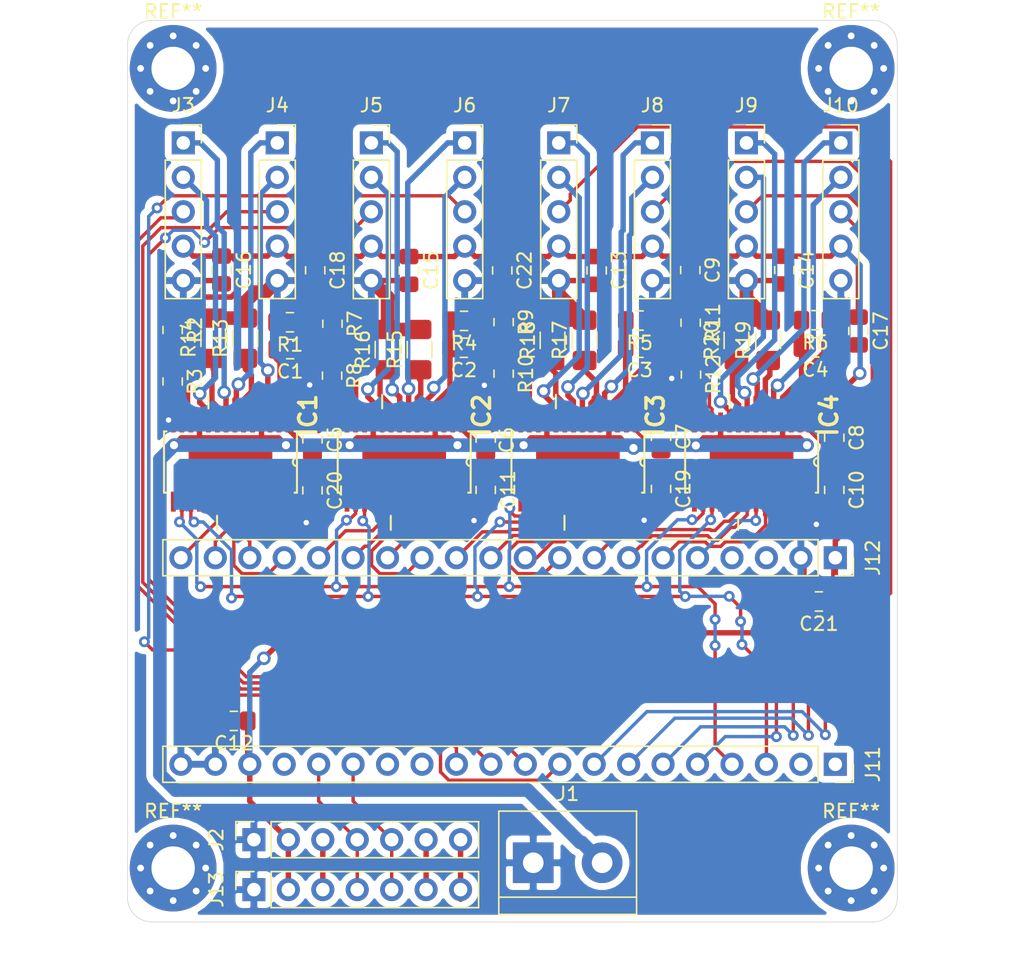
<source format=kicad_pcb>
(kicad_pcb (version 20171130) (host pcbnew "(5.1.5)-3")
  (layers (0 F.Cu signal) (31 B.Cu signal) (34 B.Paste user) (35 F.Paste user) (36 B.SilkS user) (37 F.SilkS user) (38 B.Mask user) (39 F.Mask user) (44 Edge.Cuts user))
  (net 0 "")
  (net 1 +12V)
  (net 2 "Net-(C1-Pad1)")
  (net 3 "Net-(C2-Pad1)")
  (net 4 "Net-(C3-Pad1)")
  (net 5 "Net-(C4-Pad1)")
  (net 6 "Net-(C5-Pad2)")
  (net 7 "Net-(C5-Pad1)")
  (net 8 "Net-(C6-Pad2)")
  (net 9 "Net-(C6-Pad1)")
  (net 10 "Net-(C7-Pad2)")
  (net 11 "Net-(C7-Pad1)")
  (net 12 "Net-(C8-Pad2)")
  (net 13 "Net-(C8-Pad1)")
  (net 14 GND)
  (net 15 +3V3)
  (net 16 "Net-(IC1-Pad29)")
  (net 17 M2DIR)
  (net 18 M2EN)
  (net 19 M1EN)
  (net 20 M1DIR)
  (net 21 "Net-(IC1-Pad18)")
  (net 22 Nsleep)
  (net 23 Nreset)
  (net 24 "Net-(IC1-Pad12)")
  (net 25 M2-)
  (net 26 "Net-(IC1-Pad9)")
  (net 27 M2+)
  (net 28 M1+)
  (net 29 "Net-(IC1-Pad6)")
  (net 30 M1-)
  (net 31 "Net-(IC2-Pad29)")
  (net 32 M4DIR)
  (net 33 M4EN)
  (net 34 M3EN)
  (net 35 M3DIR)
  (net 36 "Net-(IC2-Pad18)")
  (net 37 "Net-(IC2-Pad12)")
  (net 38 M4-)
  (net 39 "Net-(IC2-Pad9)")
  (net 40 M4+)
  (net 41 M3+)
  (net 42 "Net-(IC2-Pad6)")
  (net 43 "Net-(IC3-Pad29)")
  (net 44 M6DIR)
  (net 45 M6EN)
  (net 46 M5EN)
  (net 47 M5DIR)
  (net 48 "Net-(IC3-Pad18)")
  (net 49 "Net-(IC3-Pad12)")
  (net 50 M6-)
  (net 51 "Net-(IC3-Pad9)")
  (net 52 M6+)
  (net 53 M5+)
  (net 54 "Net-(IC3-Pad6)")
  (net 55 M5-)
  (net 56 "Net-(IC4-Pad29)")
  (net 57 M8DIR)
  (net 58 M8EN)
  (net 59 M7EN)
  (net 60 M7DIR)
  (net 61 "Net-(IC4-Pad18)")
  (net 62 "Net-(IC4-Pad12)")
  (net 63 M8-)
  (net 64 "Net-(IC4-Pad9)")
  (net 65 M8+)
  (net 66 M7+)
  (net 67 "Net-(IC4-Pad6)")
  (net 68 M7-)
  (net 69 LEDOUT)
  (net 70 LEDIN)
  (net 71 SCL)
  (net 72 SDA)
  (net 73 +5V)
  (net 74 Fader1)
  (net 75 Fader2)
  (net 76 Fader3)
  (net 77 M3-)
  (net 78 Fader4)
  (net 79 Fader5)
  (net 80 Fader6)
  (net 81 Fader7)
  (net 82 Fader8)
  (net 83 "Net-(J11-Pad17)")
  (net 84 "Net-(J11-Pad14)")
  (net 85 "Net-(J11-Pad13)")
  (net 86 "Net-(J11-Pad2)")
  (net 87 "Net-(J11-Pad1)")
  (net 88 "Net-(J12-Pad4)")
  (net 89 "Net-(J12-Pad3)")
  (net 90 "Net-(IC1-Pad15)")
  (net 91 "Net-(IC2-Pad15)")
  (net 92 "Net-(IC3-Pad15)")
  (net 93 "Net-(IC4-Pad15)")
  (module MountingHole:MountingHole_3.2mm_M3_Pad_Via (layer F.Cu) (at 43.802 70.8)
    (fp_text reference REF** (at 0 -4.2) (layer F.SilkS))
    (fp_text value MountingHole_3.2mm_M3_Pad_Via)
    (pad 1 thru_hole circle (at 0 0) (size 6.4 6.4) (drill 3.2) (layers *.Cu *.Mask))
    (pad 1 thru_hole circle (at 2.4 0) (size 0.8 0.8) (drill 0.5) (layers *.Cu *.Mask))
    (pad 1 thru_hole circle (at 1.697056 1.697056) (size 0.8 0.8) (drill 0.5) (layers *.Cu *.Mask))
    (pad 1 thru_hole circle (at 0 2.4) (size 0.8 0.8) (drill 0.5) (layers *.Cu *.Mask))
    (pad 1 thru_hole circle (at -1.697056 1.697056) (size 0.8 0.8) (drill 0.5) (layers *.Cu *.Mask))
    (pad 1 thru_hole circle (at -2.4 0) (size 0.8 0.8) (drill 0.5) (layers *.Cu *.Mask))
    (pad 1 thru_hole circle (at -1.697056 -1.697056) (size 0.8 0.8) (drill 0.5) (layers *.Cu *.Mask))
    (pad 1 thru_hole circle (at 0 -2.4) (size 0.8 0.8) (drill 0.5) (layers *.Cu *.Mask))
    (pad 1 thru_hole circle (at 1.697056 -1.697056) (size 0.8 0.8) (drill 0.5) (layers *.Cu *.Mask))
  )
  (module MountingHole:MountingHole_3.2mm_M3_Pad_Via (layer F.Cu) (at 93.8022 70.8)
    (fp_text reference REF** (at 0 -4.2) (layer F.SilkS))
    (fp_text value MountingHole_3.2mm_M3_Pad_Via)
    (pad 1 thru_hole circle (at 0 0) (size 6.4 6.4) (drill 3.2) (layers *.Cu *.Mask))
    (pad 1 thru_hole circle (at 2.4 0) (size 0.8 0.8) (drill 0.5) (layers *.Cu *.Mask))
    (pad 1 thru_hole circle (at 1.697056 1.697056) (size 0.8 0.8) (drill 0.5) (layers *.Cu *.Mask))
    (pad 1 thru_hole circle (at 0 2.4) (size 0.8 0.8) (drill 0.5) (layers *.Cu *.Mask))
    (pad 1 thru_hole circle (at -1.697056 1.697056) (size 0.8 0.8) (drill 0.5) (layers *.Cu *.Mask))
    (pad 1 thru_hole circle (at -2.4 0) (size 0.8 0.8) (drill 0.5) (layers *.Cu *.Mask))
    (pad 1 thru_hole circle (at -1.697056 -1.697056) (size 0.8 0.8) (drill 0.5) (layers *.Cu *.Mask))
    (pad 1 thru_hole circle (at 0 -2.4) (size 0.8 0.8) (drill 0.5) (layers *.Cu *.Mask))
    (pad 1 thru_hole circle (at 1.697056 -1.697056) (size 0.8 0.8) (drill 0.5) (layers *.Cu *.Mask))
  )
  (module MountingHole:MountingHole_3.2mm_M3_Pad_Via (layer F.Cu) (at 43.802 11.8)
    (fp_text reference REF** (at 0 -4.2) (layer F.SilkS))
    (fp_text value MountingHole_3.2mm_M3_Pad_Via)
    (pad 1 thru_hole circle (at 1.697056 -1.697056) (size 0.8 0.8) (drill 0.5) (layers *.Cu *.Mask))
    (pad 1 thru_hole circle (at 0 -2.4) (size 0.8 0.8) (drill 0.5) (layers *.Cu *.Mask))
    (pad 1 thru_hole circle (at -1.697056 -1.697056) (size 0.8 0.8) (drill 0.5) (layers *.Cu *.Mask))
    (pad 1 thru_hole circle (at -2.4 0) (size 0.8 0.8) (drill 0.5) (layers *.Cu *.Mask))
    (pad 1 thru_hole circle (at -1.697056 1.697056) (size 0.8 0.8) (drill 0.5) (layers *.Cu *.Mask))
    (pad 1 thru_hole circle (at 0 2.4) (size 0.8 0.8) (drill 0.5) (layers *.Cu *.Mask))
    (pad 1 thru_hole circle (at 1.697056 1.697056) (size 0.8 0.8) (drill 0.5) (layers *.Cu *.Mask))
    (pad 1 thru_hole circle (at 2.4 0) (size 0.8 0.8) (drill 0.5) (layers *.Cu *.Mask))
    (pad 1 thru_hole circle (at 0 0) (size 6.4 6.4) (drill 3.2) (layers *.Cu *.Mask))
  )
  (module MountingHole:MountingHole_3.2mm_M3_Pad_Via (layer F.Cu) (at 93.8022 11.8)
    (fp_text reference REF** (at 0 -4.2) (layer F.SilkS))
    (fp_text value MountingHole_3.2mm_M3_Pad_Via)
    (pad 1 thru_hole circle (at 1.697056 -1.697056) (size 0.8 0.8) (drill 0.5) (layers *.Cu *.Mask))
    (pad 1 thru_hole circle (at 0 -2.4) (size 0.8 0.8) (drill 0.5) (layers *.Cu *.Mask))
    (pad 1 thru_hole circle (at -1.697056 -1.697056) (size 0.8 0.8) (drill 0.5) (layers *.Cu *.Mask))
    (pad 1 thru_hole circle (at -2.4 0) (size 0.8 0.8) (drill 0.5) (layers *.Cu *.Mask))
    (pad 1 thru_hole circle (at -1.697056 1.697056) (size 0.8 0.8) (drill 0.5) (layers *.Cu *.Mask))
    (pad 1 thru_hole circle (at 0 2.4) (size 0.8 0.8) (drill 0.5) (layers *.Cu *.Mask))
    (pad 1 thru_hole circle (at 1.697056 1.697056) (size 0.8 0.8) (drill 0.5) (layers *.Cu *.Mask))
    (pad 1 thru_hole circle (at 2.4 0) (size 0.8 0.8) (drill 0.5) (layers *.Cu *.Mask))
    (pad 1 thru_hole circle (at 0 0) (size 6.4 6.4) (drill 3.2) (layers *.Cu *.Mask))
  )
  (module Capacitor_SMD:C_0805_2012Metric_Pad1.15x1.40mm_HandSolder (layer F.Cu) (at 68.072 26.7044 270)
    (fp_text reference C22 (at 0 -1.65 90) (layer F.SilkS))
    (fp_text value C)
    (pad 2 smd roundrect (at 1.025 0 270) (size 1.15 1.4) (layers F.Cu F.Paste F.Mask) (roundrect_rratio 0.217391) (net 14 GND))
    (pad 1 smd roundrect (at -1.025 0 270) (size 1.15 1.4) (layers F.Cu F.Paste F.Mask) (roundrect_rratio 0.217391) (net 15 +3V3))
  )
  (module Capacitor_SMD:C_0805_2012Metric_Pad1.15x1.40mm_HandSolder (layer F.Cu) (at 91.4236 51.1302 180)
    (fp_text reference C21 (at 0 -1.65) (layer F.SilkS))
    (fp_text value C)
    (pad 2 smd roundrect (at 1.025 0 180) (size 1.15 1.4) (layers F.Cu F.Paste F.Mask) (roundrect_rratio 0.217391) (net 14 GND))
    (pad 1 smd roundrect (at -1.025 0 180) (size 1.15 1.4) (layers F.Cu F.Paste F.Mask) (roundrect_rratio 0.217391) (net 15 +3V3))
  )
  (module Capacitor_SMD:C_0805_2012Metric_Pad1.15x1.40mm_HandSolder (layer F.Cu) (at 54.0766 42.935 270)
    (fp_text reference C20 (at 0 -1.65 90) (layer F.SilkS))
    (fp_text value C)
    (pad 2 smd roundrect (at 1.025 0 270) (size 1.15 1.4) (layers F.Cu F.Paste F.Mask) (roundrect_rratio 0.217391) (net 14 GND))
    (pad 1 smd roundrect (at -1.025 0 270) (size 1.15 1.4) (layers F.Cu F.Paste F.Mask) (roundrect_rratio 0.217391) (net 15 +3V3))
  )
  (module Capacitor_SMD:C_0805_2012Metric_Pad1.15x1.40mm_HandSolder (layer F.Cu) (at 79.7814 42.8244 270)
    (fp_text reference C19 (at 0 -1.65 90) (layer F.SilkS))
    (fp_text value C)
    (pad 2 smd roundrect (at 1.025 0 270) (size 1.15 1.4) (layers F.Cu F.Paste F.Mask) (roundrect_rratio 0.217391) (net 14 GND))
    (pad 1 smd roundrect (at -1.025 0 270) (size 1.15 1.4) (layers F.Cu F.Paste F.Mask) (roundrect_rratio 0.217391) (net 15 +3V3))
  )
  (module Capacitor_SMD:C_0805_2012Metric_Pad1.15x1.40mm_HandSolder (layer F.Cu) (at 54.2798 26.6954 270)
    (fp_text reference C18 (at 0 -1.65 90) (layer F.SilkS))
    (fp_text value C)
    (pad 2 smd roundrect (at 1.025 0 270) (size 1.15 1.4) (layers F.Cu F.Paste F.Mask) (roundrect_rratio 0.217391) (net 14 GND))
    (pad 1 smd roundrect (at -1.025 0 270) (size 1.15 1.4) (layers F.Cu F.Paste F.Mask) (roundrect_rratio 0.217391) (net 15 +3V3))
  )
  (module Capacitor_SMD:C_0805_2012Metric_Pad1.15x1.40mm_HandSolder (layer F.Cu) (at 94.3356 31.1748 270)
    (fp_text reference C17 (at 0 -1.65 90) (layer F.SilkS))
    (fp_text value C)
    (pad 2 smd roundrect (at 1.025 0 270) (size 1.15 1.4) (layers F.Cu F.Paste F.Mask) (roundrect_rratio 0.217391) (net 14 GND))
    (pad 1 smd roundrect (at -1.025 0 270) (size 1.15 1.4) (layers F.Cu F.Paste F.Mask) (roundrect_rratio 0.217391) (net 15 +3V3))
  )
  (module Capacitor_SMD:C_0805_2012Metric_Pad1.15x1.40mm_HandSolder (layer F.Cu) (at 47.371 26.67 270)
    (fp_text reference C16 (at 0 -1.65 90) (layer F.SilkS))
    (fp_text value C)
    (pad 2 smd roundrect (at 1.025 0 270) (size 1.15 1.4) (layers F.Cu F.Paste F.Mask) (roundrect_rratio 0.217391) (net 14 GND))
    (pad 1 smd roundrect (at -1.025 0 270) (size 1.15 1.4) (layers F.Cu F.Paste F.Mask) (roundrect_rratio 0.217391) (net 15 +3V3))
  )
  (module Capacitor_SMD:C_0805_2012Metric_Pad1.15x1.40mm_HandSolder (layer F.Cu) (at 61.1886 26.7044 270)
    (fp_text reference C15 (at 0 -1.65 90) (layer F.SilkS))
    (fp_text value C)
    (pad 2 smd roundrect (at 1.025 0 270) (size 1.15 1.4) (layers F.Cu F.Paste F.Mask) (roundrect_rratio 0.217391) (net 14 GND))
    (pad 1 smd roundrect (at -1.025 0 270) (size 1.15 1.4) (layers F.Cu F.Paste F.Mask) (roundrect_rratio 0.217391) (net 15 +3V3))
  )
  (module Capacitor_SMD:C_0805_2012Metric_Pad1.15x1.40mm_HandSolder (layer F.Cu) (at 88.8746 26.679 270)
    (fp_text reference C14 (at 0 -1.65 90) (layer F.SilkS))
    (fp_text value C)
    (pad 2 smd roundrect (at 1.025 0 270) (size 1.15 1.4) (layers F.Cu F.Paste F.Mask) (roundrect_rratio 0.217391) (net 14 GND))
    (pad 1 smd roundrect (at -1.025 0 270) (size 1.15 1.4) (layers F.Cu F.Paste F.Mask) (roundrect_rratio 0.217391) (net 15 +3V3))
  )
  (module Capacitor_SMD:C_0805_2012Metric_Pad1.15x1.40mm_HandSolder (layer F.Cu) (at 75.0316 26.7044 270)
    (fp_text reference C13 (at 0 -1.65 90) (layer F.SilkS))
    (fp_text value C)
    (pad 2 smd roundrect (at 1.025 0 270) (size 1.15 1.4) (layers F.Cu F.Paste F.Mask) (roundrect_rratio 0.217391) (net 14 GND))
    (pad 1 smd roundrect (at -1.025 0 270) (size 1.15 1.4) (layers F.Cu F.Paste F.Mask) (roundrect_rratio 0.217391) (net 15 +3V3))
  )
  (module Capacitor_SMD:C_0805_2012Metric_Pad1.15x1.40mm_HandSolder (layer F.Cu) (at 48.2764 59.944 180)
    (fp_text reference C12 (at 0 -1.65) (layer F.SilkS))
    (fp_text value C)
    (pad 2 smd roundrect (at 1.025 0 180) (size 1.15 1.4) (layers F.Cu F.Paste F.Mask) (roundrect_rratio 0.217391) (net 14 GND))
    (pad 1 smd roundrect (at -1.025 0 180) (size 1.15 1.4) (layers F.Cu F.Paste F.Mask) (roundrect_rratio 0.217391) (net 15 +3V3))
  )
  (module Capacitor_SMD:C_0805_2012Metric_Pad1.15x1.40mm_HandSolder (layer F.Cu) (at 66.8528 42.9006 270)
    (fp_text reference C11 (at 0 -1.65 90) (layer F.SilkS))
    (fp_text value C)
    (pad 2 smd roundrect (at 1.025 0 270) (size 1.15 1.4) (layers F.Cu F.Paste F.Mask) (roundrect_rratio 0.217391) (net 14 GND))
    (pad 1 smd roundrect (at -1.025 0 270) (size 1.15 1.4) (layers F.Cu F.Paste F.Mask) (roundrect_rratio 0.217391) (net 15 +3V3))
  )
  (module Capacitor_SMD:C_0805_2012Metric_Pad1.15x1.40mm_HandSolder (layer F.Cu) (at 92.5576 42.9006 270)
    (fp_text reference C10 (at 0 -1.65 90) (layer F.SilkS))
    (fp_text value C)
    (pad 2 smd roundrect (at 1.025 0 270) (size 1.15 1.4) (layers F.Cu F.Paste F.Mask) (roundrect_rratio 0.217391) (net 14 GND))
    (pad 1 smd roundrect (at -1.025 0 270) (size 1.15 1.4) (layers F.Cu F.Paste F.Mask) (roundrect_rratio 0.217391) (net 15 +3V3))
  )
  (module Capacitor_SMD:C_0805_2012Metric_Pad1.15x1.40mm_HandSolder (layer F.Cu) (at 81.9404 26.679 270)
    (fp_text reference C9 (at 0 -1.65 90) (layer F.SilkS))
    (fp_text value C)
    (pad 2 smd roundrect (at 1.025 0 270) (size 1.15 1.4) (layers F.Cu F.Paste F.Mask) (roundrect_rratio 0.217391) (net 14 GND))
    (pad 1 smd roundrect (at -1.025 0 270) (size 1.15 1.4) (layers F.Cu F.Paste F.Mask) (roundrect_rratio 0.217391) (net 15 +3V3))
  )
  (module Capacitor_SMD:C_0805_2012Metric_Pad1.15x1.40mm_HandSolder (layer F.Cu) (at 92.5576 39.0488 270)
    (fp_text reference C8 (at 0 -1.65 90) (layer F.SilkS))
    (fp_text value 0.1uF)
    (pad 2 smd roundrect (at 1.025 0 270) (size 1.15 1.4) (layers F.Cu F.Paste F.Mask) (roundrect_rratio 0.217391) (net 12 "Net-(C8-Pad2)"))
    (pad 1 smd roundrect (at -1.025 0 270) (size 1.15 1.4) (layers F.Cu F.Paste F.Mask) (roundrect_rratio 0.217391) (net 13 "Net-(C8-Pad1)"))
  )
  (module Capacitor_SMD:C_0805_2012Metric_Pad1.15x1.40mm_HandSolder (layer F.Cu) (at 79.7814 38.98 270)
    (fp_text reference C7 (at 0 -1.65 90) (layer F.SilkS))
    (fp_text value 0.1uF)
    (pad 2 smd roundrect (at 1.025 0 270) (size 1.15 1.4) (layers F.Cu F.Paste F.Mask) (roundrect_rratio 0.217391) (net 10 "Net-(C7-Pad2)"))
    (pad 1 smd roundrect (at -1.025 0 270) (size 1.15 1.4) (layers F.Cu F.Paste F.Mask) (roundrect_rratio 0.217391) (net 11 "Net-(C7-Pad1)"))
  )
  (module Capacitor_SMD:C_0805_2012Metric_Pad1.15x1.40mm_HandSolder (layer F.Cu) (at 66.8528 39.116 270)
    (fp_text reference C6 (at 0.1016 -1.5494 90) (layer F.SilkS))
    (fp_text value 0.1uF)
    (pad 2 smd roundrect (at 1.025 0 270) (size 1.15 1.4) (layers F.Cu F.Paste F.Mask) (roundrect_rratio 0.217391) (net 8 "Net-(C6-Pad2)"))
    (pad 1 smd roundrect (at -1.025 0 270) (size 1.15 1.4) (layers F.Cu F.Paste F.Mask) (roundrect_rratio 0.217391) (net 9 "Net-(C6-Pad1)"))
  )
  (module Capacitor_SMD:C_0805_2012Metric_Pad1.15x1.40mm_HandSolder (layer F.Cu) (at 54.0766 39.1758 270)
    (fp_text reference C5 (at 0 -1.65 90) (layer F.SilkS))
    (fp_text value 0.1uF)
    (pad 2 smd roundrect (at 1.025 0 270) (size 1.15 1.4) (layers F.Cu F.Paste F.Mask) (roundrect_rratio 0.217391) (net 6 "Net-(C5-Pad2)"))
    (pad 1 smd roundrect (at -1.025 0 270) (size 1.15 1.4) (layers F.Cu F.Paste F.Mask) (roundrect_rratio 0.217391) (net 7 "Net-(C5-Pad1)"))
  )
  (module Capacitor_SMD:C_0805_2012Metric_Pad1.15x1.40mm_HandSolder (layer F.Cu) (at 91.1516 32.385 180)
    (fp_text reference C4 (at 0 -1.65) (layer F.SilkS))
    (fp_text value 0.1uF)
    (pad 2 smd roundrect (at 1.025 0 180) (size 1.15 1.4) (layers F.Cu F.Paste F.Mask) (roundrect_rratio 0.217391) (net 1 +12V))
    (pad 1 smd roundrect (at -1.025 0 180) (size 1.15 1.4) (layers F.Cu F.Paste F.Mask) (roundrect_rratio 0.217391) (net 5 "Net-(C4-Pad1)"))
  )
  (module Capacitor_SMD:C_0805_2012Metric_Pad1.15x1.40mm_HandSolder (layer F.Cu) (at 78.1976 32.4104 180)
    (fp_text reference C3 (at 0 -1.65) (layer F.SilkS))
    (fp_text value 0.1uF)
    (pad 2 smd roundrect (at 1.025 0 180) (size 1.15 1.4) (layers F.Cu F.Paste F.Mask) (roundrect_rratio 0.217391) (net 1 +12V))
    (pad 1 smd roundrect (at -1.025 0 180) (size 1.15 1.4) (layers F.Cu F.Paste F.Mask) (roundrect_rratio 0.217391) (net 4 "Net-(C3-Pad1)"))
  )
  (module Capacitor_SMD:C_0805_2012Metric_Pad1.15x1.40mm_HandSolder (layer F.Cu) (at 65.2436 32.4104 180)
    (fp_text reference C2 (at 0 -1.65) (layer F.SilkS))
    (fp_text value 0.1uF)
    (pad 2 smd roundrect (at 1.025 0 180) (size 1.15 1.4) (layers F.Cu F.Paste F.Mask) (roundrect_rratio 0.217391) (net 1 +12V))
    (pad 1 smd roundrect (at -1.025 0 180) (size 1.15 1.4) (layers F.Cu F.Paste F.Mask) (roundrect_rratio 0.217391) (net 3 "Net-(C2-Pad1)"))
  )
  (module Capacitor_SMD:C_0805_2012Metric_Pad1.15x1.40mm_HandSolder (layer F.Cu) (at 52.4346 32.512 180)
    (fp_text reference C1 (at 0 -1.65) (layer F.SilkS))
    (fp_text value 0.1uF)
    (pad 2 smd roundrect (at 1.025 0 180) (size 1.15 1.4) (layers F.Cu F.Paste F.Mask) (roundrect_rratio 0.217391) (net 1 +12V))
    (pad 1 smd roundrect (at -1.025 0 180) (size 1.15 1.4) (layers F.Cu F.Paste F.Mask) (roundrect_rratio 0.217391) (net 2 "Net-(C1-Pad1)"))
  )
  (module Connector_PinSocket_2.54mm:PinSocket_1x07_P2.54mm_Vertical (layer F.Cu) (at 49.7586 72.39 90)
    (fp_text reference J13 (at 0 -2.77 90) (layer F.SilkS))
    (fp_text value Conn_01x07)
    (pad 7 thru_hole oval (at 0 15.24 90) (size 1.7 1.7) (drill 1) (layers *.Cu *.Mask) (net 69 LEDOUT))
    (pad 6 thru_hole oval (at 0 12.7 90) (size 1.7 1.7) (drill 1) (layers *.Cu *.Mask) (net 70 LEDIN))
    (pad 5 thru_hole oval (at 0 10.16 90) (size 1.7 1.7) (drill 1) (layers *.Cu *.Mask) (net 71 SCL))
    (pad 4 thru_hole oval (at 0 7.62 90) (size 1.7 1.7) (drill 1) (layers *.Cu *.Mask) (net 72 SDA))
    (pad 3 thru_hole oval (at 0 5.08 90) (size 1.7 1.7) (drill 1) (layers *.Cu *.Mask) (net 73 +5V))
    (pad 2 thru_hole oval (at 0 2.54 90) (size 1.7 1.7) (drill 1) (layers *.Cu *.Mask) (net 15 +3V3))
    (pad 1 thru_hole rect (at 0 0 90) (size 1.7 1.7) (drill 1) (layers *.Cu *.Mask) (net 14 GND))
  )
  (module Resistor_SMD:R_1206_3216Metric_Pad1.42x1.75mm_HandSolder (layer F.Cu) (at 85.344 31.8627 90)
    (fp_text reference R20 (at 0 -1.82 90) (layer F.SilkS))
    (fp_text value Rsens)
    (pad 2 smd roundrect (at 1.4875 0 90) (size 1.425 1.75) (layers F.Cu F.Paste F.Mask) (roundrect_rratio 0.175439) (net 14 GND))
    (pad 1 smd roundrect (at -1.4875 0 90) (size 1.425 1.75) (layers F.Cu F.Paste F.Mask) (roundrect_rratio 0.175439) (net 64 "Net-(IC4-Pad9)"))
  )
  (module Resistor_SMD:R_1206_3216Metric_Pad1.42x1.75mm_HandSolder (layer F.Cu) (at 87.6808 31.8627 90)
    (fp_text reference R19 (at 0 -1.82 90) (layer F.SilkS))
    (fp_text value Rsens)
    (pad 2 smd roundrect (at 1.4875 0 90) (size 1.425 1.75) (layers F.Cu F.Paste F.Mask) (roundrect_rratio 0.175439) (net 14 GND))
    (pad 1 smd roundrect (at -1.4875 0 90) (size 1.425 1.75) (layers F.Cu F.Paste F.Mask) (roundrect_rratio 0.175439) (net 67 "Net-(IC4-Pad6)"))
  )
  (module Resistor_SMD:R_1206_3216Metric_Pad1.42x1.75mm_HandSolder (layer F.Cu) (at 71.7804 31.8627 90)
    (fp_text reference R18 (at 0 -1.82 90) (layer F.SilkS))
    (fp_text value Rsens)
    (pad 2 smd roundrect (at 1.4875 0 90) (size 1.425 1.75) (layers F.Cu F.Paste F.Mask) (roundrect_rratio 0.175439) (net 14 GND))
    (pad 1 smd roundrect (at -1.4875 0 90) (size 1.425 1.75) (layers F.Cu F.Paste F.Mask) (roundrect_rratio 0.175439) (net 51 "Net-(IC3-Pad9)"))
  )
  (module Resistor_SMD:R_1206_3216Metric_Pad1.42x1.75mm_HandSolder (layer F.Cu) (at 74.1426 31.8627 90)
    (fp_text reference R17 (at 0 -1.82 90) (layer F.SilkS))
    (fp_text value Rsens)
    (pad 2 smd roundrect (at 1.4875 0 90) (size 1.425 1.75) (layers F.Cu F.Paste F.Mask) (roundrect_rratio 0.175439) (net 14 GND))
    (pad 1 smd roundrect (at -1.4875 0 90) (size 1.425 1.75) (layers F.Cu F.Paste F.Mask) (roundrect_rratio 0.175439) (net 54 "Net-(IC3-Pad6)"))
  )
  (module Resistor_SMD:R_1206_3216Metric_Pad1.42x1.75mm_HandSolder (layer F.Cu) (at 59.6138 32.5485 90)
    (fp_text reference R16 (at 0 -1.82 90) (layer F.SilkS))
    (fp_text value Rsens)
    (pad 2 smd roundrect (at 1.4875 0 90) (size 1.425 1.75) (layers F.Cu F.Paste F.Mask) (roundrect_rratio 0.175439) (net 14 GND))
    (pad 1 smd roundrect (at -1.4875 0 90) (size 1.425 1.75) (layers F.Cu F.Paste F.Mask) (roundrect_rratio 0.175439) (net 39 "Net-(IC2-Pad9)"))
  )
  (module Resistor_SMD:R_1206_3216Metric_Pad1.42x1.75mm_HandSolder (layer F.Cu) (at 61.976 32.5485 90)
    (fp_text reference R15 (at 0 -1.82 90) (layer F.SilkS))
    (fp_text value Rsens)
    (pad 2 smd roundrect (at 1.4875 0 90) (size 1.425 1.75) (layers F.Cu F.Paste F.Mask) (roundrect_rratio 0.175439) (net 14 GND))
    (pad 1 smd roundrect (at -1.4875 0 90) (size 1.425 1.75) (layers F.Cu F.Paste F.Mask) (roundrect_rratio 0.175439) (net 42 "Net-(IC2-Pad6)"))
  )
  (module Resistor_SMD:R_1206_3216Metric_Pad1.42x1.75mm_HandSolder (layer F.Cu) (at 46.7614 31.7103 90)
    (fp_text reference R14 (at 0 -1.82 90) (layer F.SilkS))
    (fp_text value Rsens)
    (pad 2 smd roundrect (at 1.4875 0 90) (size 1.425 1.75) (layers F.Cu F.Paste F.Mask) (roundrect_rratio 0.175439) (net 14 GND))
    (pad 1 smd roundrect (at -1.4875 0 90) (size 1.425 1.75) (layers F.Cu F.Paste F.Mask) (roundrect_rratio 0.175439) (net 26 "Net-(IC1-Pad9)"))
  )
  (module Resistor_SMD:R_1206_3216Metric_Pad1.42x1.75mm_HandSolder (layer F.Cu) (at 49.1236 31.7103 90)
    (fp_text reference R13 (at 0 -1.82 90) (layer F.SilkS))
    (fp_text value Rsens)
    (pad 2 smd roundrect (at 1.4875 0 90) (size 1.425 1.75) (layers F.Cu F.Paste F.Mask) (roundrect_rratio 0.175439) (net 14 GND))
    (pad 1 smd roundrect (at -1.4875 0 90) (size 1.425 1.75) (layers F.Cu F.Paste F.Mask) (roundrect_rratio 0.175439) (net 29 "Net-(IC1-Pad6)"))
  )
  (module Resistor_SMD:R_0805_2012Metric_Pad1.15x1.40mm_HandSolder (layer F.Cu) (at 81.9912 34.3916 270)
    (fp_text reference R12 (at 0 -1.65 90) (layer F.SilkS))
    (fp_text value R)
    (pad 2 smd roundrect (at 1.025 0 270) (size 1.15 1.4) (layers F.Cu F.Paste F.Mask) (roundrect_rratio 0.217391) (net 14 GND))
    (pad 1 smd roundrect (at -1.025 0 270) (size 1.15 1.4) (layers F.Cu F.Paste F.Mask) (roundrect_rratio 0.217391) (net 62 "Net-(IC4-Pad12)"))
  )
  (module Resistor_SMD:R_0805_2012Metric_Pad1.15x1.40mm_HandSolder (layer F.Cu) (at 81.9658 30.5652 270)
    (fp_text reference R11 (at 0 -1.65 90) (layer F.SilkS))
    (fp_text value R)
    (pad 2 smd roundrect (at 1.025 0 270) (size 1.15 1.4) (layers F.Cu F.Paste F.Mask) (roundrect_rratio 0.217391) (net 62 "Net-(IC4-Pad12)"))
    (pad 1 smd roundrect (at -1.025 0 270) (size 1.15 1.4) (layers F.Cu F.Paste F.Mask) (roundrect_rratio 0.217391) (net 15 +3V3))
  )
  (module Resistor_SMD:R_0805_2012Metric_Pad1.15x1.40mm_HandSolder (layer F.Cu) (at 68.1736 34.3244 270)
    (fp_text reference R10 (at 0 -1.65 90) (layer F.SilkS))
    (fp_text value R)
    (pad 2 smd roundrect (at 1.025 0 270) (size 1.15 1.4) (layers F.Cu F.Paste F.Mask) (roundrect_rratio 0.217391) (net 14 GND))
    (pad 1 smd roundrect (at -1.025 0 270) (size 1.15 1.4) (layers F.Cu F.Paste F.Mask) (roundrect_rratio 0.217391) (net 49 "Net-(IC3-Pad12)"))
  )
  (module Resistor_SMD:R_0805_2012Metric_Pad1.15x1.40mm_HandSolder (layer F.Cu) (at 68.1736 30.5144 270)
    (fp_text reference R9 (at 0 -1.65 90) (layer F.SilkS))
    (fp_text value R)
    (pad 2 smd roundrect (at 1.025 0 270) (size 1.15 1.4) (layers F.Cu F.Paste F.Mask) (roundrect_rratio 0.217391) (net 49 "Net-(IC3-Pad12)"))
    (pad 1 smd roundrect (at -1.025 0 270) (size 1.15 1.4) (layers F.Cu F.Paste F.Mask) (roundrect_rratio 0.217391) (net 15 +3V3))
  )
  (module Resistor_SMD:R_0805_2012Metric_Pad1.15x1.40mm_HandSolder (layer F.Cu) (at 55.5244 34.4678 270)
    (fp_text reference R8 (at 0 -1.65 90) (layer F.SilkS))
    (fp_text value R)
    (pad 2 smd roundrect (at 1.025 0 270) (size 1.15 1.4) (layers F.Cu F.Paste F.Mask) (roundrect_rratio 0.217391) (net 14 GND))
    (pad 1 smd roundrect (at -1.025 0 270) (size 1.15 1.4) (layers F.Cu F.Paste F.Mask) (roundrect_rratio 0.217391) (net 37 "Net-(IC2-Pad12)"))
  )
  (module Resistor_SMD:R_0805_2012Metric_Pad1.15x1.40mm_HandSolder (layer F.Cu) (at 55.5498 30.6414 270)
    (fp_text reference R7 (at 0 -1.65 90) (layer F.SilkS))
    (fp_text value R)
    (pad 2 smd roundrect (at 1.025 0 270) (size 1.15 1.4) (layers F.Cu F.Paste F.Mask) (roundrect_rratio 0.217391) (net 37 "Net-(IC2-Pad12)"))
    (pad 1 smd roundrect (at -1.025 0 270) (size 1.15 1.4) (layers F.Cu F.Paste F.Mask) (roundrect_rratio 0.217391) (net 15 +3V3))
  )
  (module Resistor_SMD:R_0805_2012Metric_Pad1.15x1.40mm_HandSolder (layer F.Cu) (at 91.1696 30.3784 180)
    (fp_text reference R6 (at 0 -1.65) (layer F.SilkS))
    (fp_text value 1M)
    (pad 2 smd roundrect (at 1.025 0 180) (size 1.15 1.4) (layers F.Cu F.Paste F.Mask) (roundrect_rratio 0.217391) (net 1 +12V))
    (pad 1 smd roundrect (at -1.025 0 180) (size 1.15 1.4) (layers F.Cu F.Paste F.Mask) (roundrect_rratio 0.217391) (net 5 "Net-(C4-Pad1)"))
  )
  (module Resistor_SMD:R_0805_2012Metric_Pad1.15x1.40mm_HandSolder (layer F.Cu) (at 78.2066 30.4038 180)
    (fp_text reference R5 (at 0 -1.65) (layer F.SilkS))
    (fp_text value 1M)
    (pad 2 smd roundrect (at 1.025 0 180) (size 1.15 1.4) (layers F.Cu F.Paste F.Mask) (roundrect_rratio 0.217391) (net 1 +12V))
    (pad 1 smd roundrect (at -1.025 0 180) (size 1.15 1.4) (layers F.Cu F.Paste F.Mask) (roundrect_rratio 0.217391) (net 4 "Net-(C3-Pad1)"))
  )
  (module Resistor_SMD:R_0805_2012Metric_Pad1.15x1.40mm_HandSolder (layer F.Cu) (at 65.2526 30.4292 180)
    (fp_text reference R4 (at 0 -1.65) (layer F.SilkS))
    (fp_text value 1M)
    (pad 2 smd roundrect (at 1.025 0 180) (size 1.15 1.4) (layers F.Cu F.Paste F.Mask) (roundrect_rratio 0.217391) (net 1 +12V))
    (pad 1 smd roundrect (at -1.025 0 180) (size 1.15 1.4) (layers F.Cu F.Paste F.Mask) (roundrect_rratio 0.217391) (net 3 "Net-(C2-Pad1)"))
  )
  (module Resistor_SMD:R_0805_2012Metric_Pad1.15x1.40mm_HandSolder (layer F.Cu) (at 43.7642 34.8996 270)
    (fp_text reference R3 (at 0 -1.65 90) (layer F.SilkS))
    (fp_text value R)
    (pad 2 smd roundrect (at 1.025 0 270) (size 1.15 1.4) (layers F.Cu F.Paste F.Mask) (roundrect_rratio 0.217391) (net 14 GND))
    (pad 1 smd roundrect (at -1.025 0 270) (size 1.15 1.4) (layers F.Cu F.Paste F.Mask) (roundrect_rratio 0.217391) (net 24 "Net-(IC1-Pad12)"))
  )
  (module Resistor_SMD:R_0805_2012Metric_Pad1.15x1.40mm_HandSolder (layer F.Cu) (at 43.7642 31.0986 270)
    (fp_text reference R2 (at 0 -1.65 90) (layer F.SilkS))
    (fp_text value R)
    (pad 2 smd roundrect (at 1.025 0 270) (size 1.15 1.4) (layers F.Cu F.Paste F.Mask) (roundrect_rratio 0.217391) (net 24 "Net-(IC1-Pad12)"))
    (pad 1 smd roundrect (at -1.025 0 270) (size 1.15 1.4) (layers F.Cu F.Paste F.Mask) (roundrect_rratio 0.217391) (net 15 +3V3))
  )
  (module Resistor_SMD:R_0805_2012Metric_Pad1.15x1.40mm_HandSolder (layer F.Cu) (at 52.4166 30.5308 180)
    (fp_text reference R1 (at 0 -1.65) (layer F.SilkS))
    (fp_text value 1M)
    (pad 2 smd roundrect (at 1.025 0 180) (size 1.15 1.4) (layers F.Cu F.Paste F.Mask) (roundrect_rratio 0.217391) (net 1 +12V))
    (pad 1 smd roundrect (at -1.025 0 180) (size 1.15 1.4) (layers F.Cu F.Paste F.Mask) (roundrect_rratio 0.217391) (net 2 "Net-(C1-Pad1)"))
  )
  (module Connector_PinSocket_2.54mm:PinSocket_1x20_P2.54mm_Vertical (layer F.Cu) (at 92.6338 47.9044 270)
    (fp_text reference J12 (at 0 -2.77 90) (layer F.SilkS))
    (fp_text value Conn_01x20)
    (pad 20 thru_hole oval (at 0 48.26 270) (size 1.7 1.7) (drill 1) (layers *.Cu *.Mask) (net 20 M1DIR))
    (pad 19 thru_hole oval (at 0 45.72 270) (size 1.7 1.7) (drill 1) (layers *.Cu *.Mask) (net 19 M1EN))
    (pad 18 thru_hole oval (at 0 43.18 270) (size 1.7 1.7) (drill 1) (layers *.Cu *.Mask) (net 17 M2DIR))
    (pad 17 thru_hole oval (at 0 40.64 270) (size 1.7 1.7) (drill 1) (layers *.Cu *.Mask) (net 18 M2EN))
    (pad 16 thru_hole oval (at 0 38.1 270) (size 1.7 1.7) (drill 1) (layers *.Cu *.Mask) (net 35 M3DIR))
    (pad 15 thru_hole oval (at 0 35.56 270) (size 1.7 1.7) (drill 1) (layers *.Cu *.Mask) (net 34 M3EN))
    (pad 14 thru_hole oval (at 0 33.02 270) (size 1.7 1.7) (drill 1) (layers *.Cu *.Mask) (net 32 M4DIR))
    (pad 13 thru_hole oval (at 0 30.48 270) (size 1.7 1.7) (drill 1) (layers *.Cu *.Mask) (net 33 M4EN))
    (pad 12 thru_hole oval (at 0 27.94 270) (size 1.7 1.7) (drill 1) (layers *.Cu *.Mask) (net 47 M5DIR))
    (pad 11 thru_hole oval (at 0 25.4 270) (size 1.7 1.7) (drill 1) (layers *.Cu *.Mask) (net 46 M5EN))
    (pad 10 thru_hole oval (at 0 22.86 270) (size 1.7 1.7) (drill 1) (layers *.Cu *.Mask) (net 44 M6DIR))
    (pad 9 thru_hole oval (at 0 20.32 270) (size 1.7 1.7) (drill 1) (layers *.Cu *.Mask) (net 45 M6EN))
    (pad 8 thru_hole oval (at 0 17.78 270) (size 1.7 1.7) (drill 1) (layers *.Cu *.Mask) (net 60 M7DIR))
    (pad 7 thru_hole oval (at 0 15.24 270) (size 1.7 1.7) (drill 1) (layers *.Cu *.Mask) (net 59 M7EN))
    (pad 6 thru_hole oval (at 0 12.7 270) (size 1.7 1.7) (drill 1) (layers *.Cu *.Mask) (net 57 M8DIR))
    (pad 5 thru_hole oval (at 0 10.16 270) (size 1.7 1.7) (drill 1) (layers *.Cu *.Mask) (net 58 M8EN))
    (pad 4 thru_hole oval (at 0 7.62 270) (size 1.7 1.7) (drill 1) (layers *.Cu *.Mask) (net 88 "Net-(J12-Pad4)"))
    (pad 3 thru_hole oval (at 0 5.08 270) (size 1.7 1.7) (drill 1) (layers *.Cu *.Mask) (net 89 "Net-(J12-Pad3)"))
    (pad 2 thru_hole oval (at 0 2.54 270) (size 1.7 1.7) (drill 1) (layers *.Cu *.Mask) (net 14 GND))
    (pad 1 thru_hole rect (at 0 0 270) (size 1.7 1.7) (drill 1) (layers *.Cu *.Mask) (net 15 +3V3))
  )
  (module Connector_PinSocket_2.54mm:PinSocket_1x20_P2.54mm_Vertical (layer F.Cu) (at 92.6338 63.143201 270)
    (fp_text reference J11 (at 0 -2.77 90) (layer F.SilkS))
    (fp_text value Conn_01x20)
    (pad 20 thru_hole oval (at 0 48.26 270) (size 1.7 1.7) (drill 1) (layers *.Cu *.Mask) (net 14 GND))
    (pad 19 thru_hole oval (at 0 45.72 270) (size 1.7 1.7) (drill 1) (layers *.Cu *.Mask) (net 14 GND))
    (pad 18 thru_hole oval (at 0 43.18 270) (size 1.7 1.7) (drill 1) (layers *.Cu *.Mask) (net 15 +3V3))
    (pad 17 thru_hole oval (at 0 40.64 270) (size 1.7 1.7) (drill 1) (layers *.Cu *.Mask) (net 83 "Net-(J11-Pad17)"))
    (pad 16 thru_hole oval (at 0 38.1 270) (size 1.7 1.7) (drill 1) (layers *.Cu *.Mask) (net 72 SDA))
    (pad 15 thru_hole oval (at 0 35.56 270) (size 1.7 1.7) (drill 1) (layers *.Cu *.Mask) (net 71 SCL))
    (pad 14 thru_hole oval (at 0 33.02 270) (size 1.7 1.7) (drill 1) (layers *.Cu *.Mask) (net 84 "Net-(J11-Pad14)"))
    (pad 13 thru_hole oval (at 0 30.48 270) (size 1.7 1.7) (drill 1) (layers *.Cu *.Mask) (net 85 "Net-(J11-Pad13)"))
    (pad 12 thru_hole oval (at 0 27.94 270) (size 1.7 1.7) (drill 1) (layers *.Cu *.Mask) (net 74 Fader1))
    (pad 11 thru_hole oval (at 0 25.4 270) (size 1.7 1.7) (drill 1) (layers *.Cu *.Mask) (net 75 Fader2))
    (pad 10 thru_hole oval (at 0 22.86 270) (size 1.7 1.7) (drill 1) (layers *.Cu *.Mask) (net 76 Fader3))
    (pad 9 thru_hole oval (at 0 20.32 270) (size 1.7 1.7) (drill 1) (layers *.Cu *.Mask) (net 78 Fader4))
    (pad 8 thru_hole oval (at 0 17.78 270) (size 1.7 1.7) (drill 1) (layers *.Cu *.Mask) (net 79 Fader5))
    (pad 7 thru_hole oval (at 0 15.24 270) (size 1.7 1.7) (drill 1) (layers *.Cu *.Mask) (net 80 Fader6))
    (pad 6 thru_hole oval (at 0 12.7 270) (size 1.7 1.7) (drill 1) (layers *.Cu *.Mask) (net 81 Fader7))
    (pad 5 thru_hole oval (at 0 10.16 270) (size 1.7 1.7) (drill 1) (layers *.Cu *.Mask) (net 82 Fader8))
    (pad 4 thru_hole oval (at 0 7.62 270) (size 1.7 1.7) (drill 1) (layers *.Cu *.Mask) (net 23 Nreset))
    (pad 3 thru_hole oval (at 0 5.08 270) (size 1.7 1.7) (drill 1) (layers *.Cu *.Mask) (net 22 Nsleep))
    (pad 2 thru_hole oval (at 0 2.54 270) (size 1.7 1.7) (drill 1) (layers *.Cu *.Mask) (net 86 "Net-(J11-Pad2)"))
    (pad 1 thru_hole rect (at 0 0 270) (size 1.7 1.7) (drill 1) (layers *.Cu *.Mask) (net 87 "Net-(J11-Pad1)"))
  )
  (module Connector_PinSocket_2.54mm:PinSocket_1x05_P2.54mm_Vertical (layer F.Cu) (at 93.0402 17.293601)
    (fp_text reference J10 (at 0 -2.77) (layer F.SilkS))
    (fp_text value Conn_01x05)
    (pad 5 thru_hole oval (at 0 10.16) (size 1.7 1.7) (drill 1) (layers *.Cu *.Mask) (net 14 GND))
    (pad 4 thru_hole oval (at 0 7.62) (size 1.7 1.7) (drill 1) (layers *.Cu *.Mask) (net 15 +3V3))
    (pad 3 thru_hole oval (at 0 5.08) (size 1.7 1.7) (drill 1) (layers *.Cu *.Mask) (net 82 Fader8))
    (pad 2 thru_hole oval (at 0 2.54) (size 1.7 1.7) (drill 1) (layers *.Cu *.Mask) (net 63 M8-))
    (pad 1 thru_hole rect (at 0 0) (size 1.7 1.7) (drill 1) (layers *.Cu *.Mask) (net 65 M8+))
  )
  (module Connector_PinSocket_2.54mm:PinSocket_1x05_P2.54mm_Vertical (layer F.Cu) (at 86.0806 17.293601)
    (fp_text reference J9 (at 0 -2.77) (layer F.SilkS))
    (fp_text value Conn_01x05)
    (pad 5 thru_hole oval (at 0 10.16) (size 1.7 1.7) (drill 1) (layers *.Cu *.Mask) (net 14 GND))
    (pad 4 thru_hole oval (at 0 7.62) (size 1.7 1.7) (drill 1) (layers *.Cu *.Mask) (net 15 +3V3))
    (pad 3 thru_hole oval (at 0 5.08) (size 1.7 1.7) (drill 1) (layers *.Cu *.Mask) (net 81 Fader7))
    (pad 2 thru_hole oval (at 0 2.54) (size 1.7 1.7) (drill 1) (layers *.Cu *.Mask) (net 68 M7-))
    (pad 1 thru_hole rect (at 0 0) (size 1.7 1.7) (drill 1) (layers *.Cu *.Mask) (net 66 M7+))
  )
  (module Connector_PinSocket_2.54mm:PinSocket_1x05_P2.54mm_Vertical (layer F.Cu) (at 79.1464 17.293601)
    (fp_text reference J8 (at 0 -2.77) (layer F.SilkS))
    (fp_text value Conn_01x05)
    (pad 5 thru_hole oval (at 0 10.16) (size 1.7 1.7) (drill 1) (layers *.Cu *.Mask) (net 14 GND))
    (pad 4 thru_hole oval (at 0 7.62) (size 1.7 1.7) (drill 1) (layers *.Cu *.Mask) (net 15 +3V3))
    (pad 3 thru_hole oval (at 0 5.08) (size 1.7 1.7) (drill 1) (layers *.Cu *.Mask) (net 80 Fader6))
    (pad 2 thru_hole oval (at 0 2.54) (size 1.7 1.7) (drill 1) (layers *.Cu *.Mask) (net 50 M6-))
    (pad 1 thru_hole rect (at 0 0) (size 1.7 1.7) (drill 1) (layers *.Cu *.Mask) (net 52 M6+))
  )
  (module Connector_PinSocket_2.54mm:PinSocket_1x05_P2.54mm_Vertical (layer F.Cu) (at 72.2376 17.293601)
    (fp_text reference J7 (at 0 -2.77) (layer F.SilkS))
    (fp_text value Conn_01x05)
    (pad 5 thru_hole oval (at 0 10.16) (size 1.7 1.7) (drill 1) (layers *.Cu *.Mask) (net 14 GND))
    (pad 4 thru_hole oval (at 0 7.62) (size 1.7 1.7) (drill 1) (layers *.Cu *.Mask) (net 15 +3V3))
    (pad 3 thru_hole oval (at 0 5.08) (size 1.7 1.7) (drill 1) (layers *.Cu *.Mask) (net 79 Fader5))
    (pad 2 thru_hole oval (at 0 2.54) (size 1.7 1.7) (drill 1) (layers *.Cu *.Mask) (net 55 M5-))
    (pad 1 thru_hole rect (at 0 0) (size 1.7 1.7) (drill 1) (layers *.Cu *.Mask) (net 53 M5+))
  )
  (module Connector_PinSocket_2.54mm:PinSocket_1x05_P2.54mm_Vertical (layer F.Cu) (at 65.3034 17.293601)
    (fp_text reference J6 (at 0 -2.77) (layer F.SilkS))
    (fp_text value Conn_01x05)
    (pad 5 thru_hole oval (at 0 10.16) (size 1.7 1.7) (drill 1) (layers *.Cu *.Mask) (net 14 GND))
    (pad 4 thru_hole oval (at 0 7.62) (size 1.7 1.7) (drill 1) (layers *.Cu *.Mask) (net 15 +3V3))
    (pad 3 thru_hole oval (at 0 5.08) (size 1.7 1.7) (drill 1) (layers *.Cu *.Mask) (net 78 Fader4))
    (pad 2 thru_hole oval (at 0 2.54) (size 1.7 1.7) (drill 1) (layers *.Cu *.Mask) (net 38 M4-))
    (pad 1 thru_hole rect (at 0 0) (size 1.7 1.7) (drill 1) (layers *.Cu *.Mask) (net 40 M4+))
  )
  (module Connector_PinSocket_2.54mm:PinSocket_1x05_P2.54mm_Vertical (layer F.Cu) (at 58.42 17.293601)
    (fp_text reference J5 (at 0 -2.77) (layer F.SilkS))
    (fp_text value Conn_01x05)
    (pad 5 thru_hole oval (at 0 10.16) (size 1.7 1.7) (drill 1) (layers *.Cu *.Mask) (net 14 GND))
    (pad 4 thru_hole oval (at 0 7.62) (size 1.7 1.7) (drill 1) (layers *.Cu *.Mask) (net 15 +3V3))
    (pad 3 thru_hole oval (at 0 5.08) (size 1.7 1.7) (drill 1) (layers *.Cu *.Mask) (net 76 Fader3))
    (pad 2 thru_hole oval (at 0 2.54) (size 1.7 1.7) (drill 1) (layers *.Cu *.Mask) (net 77 M3-))
    (pad 1 thru_hole rect (at 0 0) (size 1.7 1.7) (drill 1) (layers *.Cu *.Mask) (net 41 M3+))
  )
  (module Connector_PinSocket_2.54mm:PinSocket_1x05_P2.54mm_Vertical (layer F.Cu) (at 51.481399 17.293601)
    (fp_text reference J4 (at 0 -2.77) (layer F.SilkS))
    (fp_text value Conn_01x05)
    (pad 5 thru_hole oval (at 0 10.16) (size 1.7 1.7) (drill 1) (layers *.Cu *.Mask) (net 14 GND))
    (pad 4 thru_hole oval (at 0 7.62) (size 1.7 1.7) (drill 1) (layers *.Cu *.Mask) (net 15 +3V3))
    (pad 3 thru_hole oval (at 0 5.08) (size 1.7 1.7) (drill 1) (layers *.Cu *.Mask) (net 75 Fader2))
    (pad 2 thru_hole oval (at 0 2.54) (size 1.7 1.7) (drill 1) (layers *.Cu *.Mask) (net 25 M2-))
    (pad 1 thru_hole rect (at 0 0) (size 1.7 1.7) (drill 1) (layers *.Cu *.Mask) (net 27 M2+))
  )
  (module Connector_PinSocket_2.54mm:PinSocket_1x05_P2.54mm_Vertical (layer F.Cu) (at 44.5514 17.293601)
    (fp_text reference J3 (at 0 -2.77) (layer F.SilkS))
    (fp_text value Conn_01x05)
    (pad 5 thru_hole oval (at 0 10.16) (size 1.7 1.7) (drill 1) (layers *.Cu *.Mask) (net 14 GND))
    (pad 4 thru_hole oval (at 0 7.62) (size 1.7 1.7) (drill 1) (layers *.Cu *.Mask) (net 15 +3V3))
    (pad 3 thru_hole oval (at 0 5.08) (size 1.7 1.7) (drill 1) (layers *.Cu *.Mask) (net 74 Fader1))
    (pad 2 thru_hole oval (at 0 2.54) (size 1.7 1.7) (drill 1) (layers *.Cu *.Mask) (net 30 M1-))
    (pad 1 thru_hole rect (at 0 0) (size 1.7 1.7) (drill 1) (layers *.Cu *.Mask) (net 28 M1+))
  )
  (module Connector_PinSocket_2.54mm:PinSocket_1x07_P2.54mm_Vertical (layer F.Cu) (at 49.7586 68.707 90)
    (fp_text reference J2 (at 0 -2.77 90) (layer F.SilkS))
    (fp_text value Conn_01x07)
    (pad 7 thru_hole oval (at 0 15.24 90) (size 1.7 1.7) (drill 1) (layers *.Cu *.Mask) (net 69 LEDOUT))
    (pad 6 thru_hole oval (at 0 12.7 90) (size 1.7 1.7) (drill 1) (layers *.Cu *.Mask) (net 70 LEDIN))
    (pad 5 thru_hole oval (at 0 10.16 90) (size 1.7 1.7) (drill 1) (layers *.Cu *.Mask) (net 71 SCL))
    (pad 4 thru_hole oval (at 0 7.62 90) (size 1.7 1.7) (drill 1) (layers *.Cu *.Mask) (net 72 SDA))
    (pad 3 thru_hole oval (at 0 5.08 90) (size 1.7 1.7) (drill 1) (layers *.Cu *.Mask) (net 73 +5V))
    (pad 2 thru_hole oval (at 0 2.54 90) (size 1.7 1.7) (drill 1) (layers *.Cu *.Mask) (net 15 +3V3))
    (pad 1 thru_hole rect (at 0 0 90) (size 1.7 1.7) (drill 1) (layers *.Cu *.Mask) (net 14 GND))
  )
  (module TerminalBlock:TerminalBlock_bornier-2_P5.08mm (layer F.Cu) (at 70.358 70.4088)
    (fp_text reference J1 (at 2.54 -5.08) (layer F.SilkS))
    (fp_text value Screw_Terminal_01x02)
    (pad 2 thru_hole circle (at 5.08 0) (size 3 3) (drill 1.52) (layers *.Cu *.Mask) (net 1 +12V))
    (pad 1 thru_hole rect (at 0 0) (size 3 3) (drill 1.52) (layers *.Cu *.Mask) (net 14 GND))
  )
  (module SamacSys_Parts:SOP65P640X120-29N (layer F.Cu) (at 86.4616 40.8432 270)
    (fp_text reference IC4 (at -3.4544 -5.715 90) (layer F.SilkS) (effects (font (size 1.27 1.27) (thickness 0.254))))
    (fp_text value DRV8812PWPR hide)
    (pad 29 smd rect (at 0 0 270) (size 2.3876 6.1722) (layers F.Cu F.Paste F.Mask) (net 56 "Net-(IC4-Pad29)"))
    (pad 28 smd rect (at 2.921 -4.2164) (size 0.3556 1.4732) (layers F.Cu F.Paste F.Mask) (net 14 GND))
    (pad 27 smd rect (at 2.921 -3.5814) (size 0.3556 1.4732) (layers F.Cu F.Paste F.Mask) (net 15 +3V3))
    (pad 26 smd rect (at 2.921 -2.921) (size 0.3556 1.4732) (layers F.Cu F.Paste F.Mask) (net 14 GND))
    (pad 25 smd rect (at 2.921 -2.286) (size 0.3556 1.4732) (layers F.Cu F.Paste F.Mask) (net 15 +3V3))
    (pad 24 smd rect (at 2.921 -1.6256) (size 0.3556 1.4732) (layers F.Cu F.Paste F.Mask) (net 14 GND))
    (pad 23 smd rect (at 2.921 -0.9652) (size 0.3556 1.4732) (layers F.Cu F.Paste F.Mask) (net 57 M8DIR))
    (pad 22 smd rect (at 2.921 -0.3302) (size 0.3556 1.4732) (layers F.Cu F.Paste F.Mask) (net 58 M8EN))
    (pad 21 smd rect (at 2.921 0.3302) (size 0.3556 1.4732) (layers F.Cu F.Paste F.Mask) (net 59 M7EN))
    (pad 20 smd rect (at 2.921 0.9652) (size 0.3556 1.4732) (layers F.Cu F.Paste F.Mask) (net 60 M7DIR))
    (pad 19 smd rect (at 2.921 1.6256) (size 0.3556 1.4732) (layers F.Cu F.Paste F.Mask) (net 15 +3V3))
    (pad 18 smd rect (at 2.921 2.286) (size 0.3556 1.4732) (layers F.Cu F.Paste F.Mask) (net 61 "Net-(IC4-Pad18)"))
    (pad 17 smd rect (at 2.921 2.921) (size 0.3556 1.4732) (layers F.Cu F.Paste F.Mask) (net 22 Nsleep))
    (pad 16 smd rect (at 2.921 3.5814) (size 0.3556 1.4732) (layers F.Cu F.Paste F.Mask) (net 23 Nreset))
    (pad 15 smd rect (at 2.921 4.2164) (size 0.3556 1.4732) (layers F.Cu F.Paste F.Mask) (net 93 "Net-(IC4-Pad15)"))
    (pad 14 smd rect (at -2.921 4.2164) (size 0.3556 1.4732) (layers F.Cu F.Paste F.Mask) (net 14 GND))
    (pad 13 smd rect (at -2.921 3.5814) (size 0.3556 1.4732) (layers F.Cu F.Paste F.Mask) (net 62 "Net-(IC4-Pad12)"))
    (pad 12 smd rect (at -2.921 2.921) (size 0.3556 1.4732) (layers F.Cu F.Paste F.Mask) (net 62 "Net-(IC4-Pad12)"))
    (pad 11 smd rect (at -2.921 2.286) (size 0.3556 1.4732) (layers F.Cu F.Paste F.Mask) (net 1 +12V))
    (pad 10 smd rect (at -2.921 1.6256) (size 0.3556 1.4732) (layers F.Cu F.Paste F.Mask) (net 68 M7-))
    (pad 9 smd rect (at -2.921 0.9652) (size 0.3556 1.4732) (layers F.Cu F.Paste F.Mask) (net 64 "Net-(IC4-Pad9)"))
    (pad 8 smd rect (at -2.921 0.3302) (size 0.3556 1.4732) (layers F.Cu F.Paste F.Mask) (net 66 M7+))
    (pad 7 smd rect (at -2.921 -0.3302) (size 0.3556 1.4732) (layers F.Cu F.Paste F.Mask) (net 65 M8+))
    (pad 6 smd rect (at -2.921 -0.9652) (size 0.3556 1.4732) (layers F.Cu F.Paste F.Mask) (net 67 "Net-(IC4-Pad6)"))
    (pad 5 smd rect (at -2.921 -1.6256) (size 0.3556 1.4732) (layers F.Cu F.Paste F.Mask) (net 63 M8-))
    (pad 4 smd rect (at -2.921 -2.286) (size 0.3556 1.4732) (layers F.Cu F.Paste F.Mask) (net 1 +12V))
    (pad 3 smd rect (at -2.921 -2.921) (size 0.3556 1.4732) (layers F.Cu F.Paste F.Mask) (net 5 "Net-(C4-Pad1)"))
    (pad 2 smd rect (at -2.921 -3.5814) (size 0.3556 1.4732) (layers F.Cu F.Paste F.Mask) (net 13 "Net-(C8-Pad1)"))
    (pad 1 smd rect (at -2.921 -4.2164) (size 0.3556 1.4732) (layers F.Cu F.Paste F.Mask) (net 12 "Net-(C8-Pad2)"))
  )
  (module SamacSys_Parts:SOP65P640X120-29N (layer F.Cu) (at 73.651532 40.8432 270)
    (fp_text reference IC3 (at -3.4544 -5.715 90) (layer F.SilkS) (effects (font (size 1.27 1.27) (thickness 0.254))))
    (fp_text value DRV8812PWPR hide)
    (pad 29 smd rect (at 0 0 270) (size 2.3876 6.1722) (layers F.Cu F.Paste F.Mask) (net 43 "Net-(IC3-Pad29)"))
    (pad 28 smd rect (at 2.921 -4.2164) (size 0.3556 1.4732) (layers F.Cu F.Paste F.Mask) (net 14 GND))
    (pad 27 smd rect (at 2.921 -3.5814) (size 0.3556 1.4732) (layers F.Cu F.Paste F.Mask) (net 15 +3V3))
    (pad 26 smd rect (at 2.921 -2.921) (size 0.3556 1.4732) (layers F.Cu F.Paste F.Mask) (net 14 GND))
    (pad 25 smd rect (at 2.921 -2.286) (size 0.3556 1.4732) (layers F.Cu F.Paste F.Mask) (net 15 +3V3))
    (pad 24 smd rect (at 2.921 -1.6256) (size 0.3556 1.4732) (layers F.Cu F.Paste F.Mask) (net 14 GND))
    (pad 23 smd rect (at 2.921 -0.9652) (size 0.3556 1.4732) (layers F.Cu F.Paste F.Mask) (net 44 M6DIR))
    (pad 22 smd rect (at 2.921 -0.3302) (size 0.3556 1.4732) (layers F.Cu F.Paste F.Mask) (net 45 M6EN))
    (pad 21 smd rect (at 2.921 0.3302) (size 0.3556 1.4732) (layers F.Cu F.Paste F.Mask) (net 46 M5EN))
    (pad 20 smd rect (at 2.921 0.9652) (size 0.3556 1.4732) (layers F.Cu F.Paste F.Mask) (net 47 M5DIR))
    (pad 19 smd rect (at 2.921 1.6256) (size 0.3556 1.4732) (layers F.Cu F.Paste F.Mask) (net 15 +3V3))
    (pad 18 smd rect (at 2.921 2.286) (size 0.3556 1.4732) (layers F.Cu F.Paste F.Mask) (net 48 "Net-(IC3-Pad18)"))
    (pad 17 smd rect (at 2.921 2.921) (size 0.3556 1.4732) (layers F.Cu F.Paste F.Mask) (net 22 Nsleep))
    (pad 16 smd rect (at 2.921 3.5814) (size 0.3556 1.4732) (layers F.Cu F.Paste F.Mask) (net 23 Nreset))
    (pad 15 smd rect (at 2.921 4.2164) (size 0.3556 1.4732) (layers F.Cu F.Paste F.Mask) (net 92 "Net-(IC3-Pad15)"))
    (pad 14 smd rect (at -2.921 4.2164) (size 0.3556 1.4732) (layers F.Cu F.Paste F.Mask) (net 14 GND))
    (pad 13 smd rect (at -2.921 3.5814) (size 0.3556 1.4732) (layers F.Cu F.Paste F.Mask) (net 49 "Net-(IC3-Pad12)"))
    (pad 12 smd rect (at -2.921 2.921) (size 0.3556 1.4732) (layers F.Cu F.Paste F.Mask) (net 49 "Net-(IC3-Pad12)"))
    (pad 11 smd rect (at -2.921 2.286) (size 0.3556 1.4732) (layers F.Cu F.Paste F.Mask) (net 1 +12V))
    (pad 10 smd rect (at -2.921 1.6256) (size 0.3556 1.4732) (layers F.Cu F.Paste F.Mask) (net 55 M5-))
    (pad 9 smd rect (at -2.921 0.9652) (size 0.3556 1.4732) (layers F.Cu F.Paste F.Mask) (net 51 "Net-(IC3-Pad9)"))
    (pad 8 smd rect (at -2.921 0.3302) (size 0.3556 1.4732) (layers F.Cu F.Paste F.Mask) (net 53 M5+))
    (pad 7 smd rect (at -2.921 -0.3302) (size 0.3556 1.4732) (layers F.Cu F.Paste F.Mask) (net 52 M6+))
    (pad 6 smd rect (at -2.921 -0.9652) (size 0.3556 1.4732) (layers F.Cu F.Paste F.Mask) (net 54 "Net-(IC3-Pad6)"))
    (pad 5 smd rect (at -2.921 -1.6256) (size 0.3556 1.4732) (layers F.Cu F.Paste F.Mask) (net 50 M6-))
    (pad 4 smd rect (at -2.921 -2.286) (size 0.3556 1.4732) (layers F.Cu F.Paste F.Mask) (net 1 +12V))
    (pad 3 smd rect (at -2.921 -2.921) (size 0.3556 1.4732) (layers F.Cu F.Paste F.Mask) (net 4 "Net-(C3-Pad1)"))
    (pad 2 smd rect (at -2.921 -3.5814) (size 0.3556 1.4732) (layers F.Cu F.Paste F.Mask) (net 11 "Net-(C7-Pad1)"))
    (pad 1 smd rect (at -2.921 -4.2164) (size 0.3556 1.4732) (layers F.Cu F.Paste F.Mask) (net 10 "Net-(C7-Pad2)"))
  )
  (module SamacSys_Parts:SOP65P640X120-29N (layer F.Cu) (at 60.841466 40.8432 270)
    (fp_text reference IC2 (at -3.4544 -5.715 90) (layer F.SilkS) (effects (font (size 1.27 1.27) (thickness 0.254))))
    (fp_text value DRV8812PWPR hide)
    (pad 29 smd rect (at 0 0 270) (size 2.3876 6.1722) (layers F.Cu F.Paste F.Mask) (net 31 "Net-(IC2-Pad29)"))
    (pad 28 smd rect (at 2.921 -4.2164) (size 0.3556 1.4732) (layers F.Cu F.Paste F.Mask) (net 14 GND))
    (pad 27 smd rect (at 2.921 -3.5814) (size 0.3556 1.4732) (layers F.Cu F.Paste F.Mask) (net 15 +3V3))
    (pad 26 smd rect (at 2.921 -2.921) (size 0.3556 1.4732) (layers F.Cu F.Paste F.Mask) (net 14 GND))
    (pad 25 smd rect (at 2.921 -2.286) (size 0.3556 1.4732) (layers F.Cu F.Paste F.Mask) (net 15 +3V3))
    (pad 24 smd rect (at 2.921 -1.6256) (size 0.3556 1.4732) (layers F.Cu F.Paste F.Mask) (net 14 GND))
    (pad 23 smd rect (at 2.921 -0.9652) (size 0.3556 1.4732) (layers F.Cu F.Paste F.Mask) (net 32 M4DIR))
    (pad 22 smd rect (at 2.921 -0.3302) (size 0.3556 1.4732) (layers F.Cu F.Paste F.Mask) (net 33 M4EN))
    (pad 21 smd rect (at 2.921 0.3302) (size 0.3556 1.4732) (layers F.Cu F.Paste F.Mask) (net 34 M3EN))
    (pad 20 smd rect (at 2.921 0.9652) (size 0.3556 1.4732) (layers F.Cu F.Paste F.Mask) (net 35 M3DIR))
    (pad 19 smd rect (at 2.921 1.6256) (size 0.3556 1.4732) (layers F.Cu F.Paste F.Mask) (net 15 +3V3))
    (pad 18 smd rect (at 2.921 2.286) (size 0.3556 1.4732) (layers F.Cu F.Paste F.Mask) (net 36 "Net-(IC2-Pad18)"))
    (pad 17 smd rect (at 2.921 2.921) (size 0.3556 1.4732) (layers F.Cu F.Paste F.Mask) (net 22 Nsleep))
    (pad 16 smd rect (at 2.921 3.5814) (size 0.3556 1.4732) (layers F.Cu F.Paste F.Mask) (net 23 Nreset))
    (pad 15 smd rect (at 2.921 4.2164) (size 0.3556 1.4732) (layers F.Cu F.Paste F.Mask) (net 91 "Net-(IC2-Pad15)"))
    (pad 14 smd rect (at -2.921 4.2164) (size 0.3556 1.4732) (layers F.Cu F.Paste F.Mask) (net 14 GND))
    (pad 13 smd rect (at -2.921 3.5814) (size 0.3556 1.4732) (layers F.Cu F.Paste F.Mask) (net 37 "Net-(IC2-Pad12)"))
    (pad 12 smd rect (at -2.921 2.921) (size 0.3556 1.4732) (layers F.Cu F.Paste F.Mask) (net 37 "Net-(IC2-Pad12)"))
    (pad 11 smd rect (at -2.921 2.286) (size 0.3556 1.4732) (layers F.Cu F.Paste F.Mask) (net 1 +12V))
    (pad 10 smd rect (at -2.921 1.6256) (size 0.3556 1.4732) (layers F.Cu F.Paste F.Mask) (net 77 M3-))
    (pad 9 smd rect (at -2.921 0.9652) (size 0.3556 1.4732) (layers F.Cu F.Paste F.Mask) (net 39 "Net-(IC2-Pad9)"))
    (pad 8 smd rect (at -2.921 0.3302) (size 0.3556 1.4732) (layers F.Cu F.Paste F.Mask) (net 41 M3+))
    (pad 7 smd rect (at -2.921 -0.3302) (size 0.3556 1.4732) (layers F.Cu F.Paste F.Mask) (net 40 M4+))
    (pad 6 smd rect (at -2.921 -0.9652) (size 0.3556 1.4732) (layers F.Cu F.Paste F.Mask) (net 42 "Net-(IC2-Pad6)"))
    (pad 5 smd rect (at -2.921 -1.6256) (size 0.3556 1.4732) (layers F.Cu F.Paste F.Mask) (net 38 M4-))
    (pad 4 smd rect (at -2.921 -2.286) (size 0.3556 1.4732) (layers F.Cu F.Paste F.Mask) (net 1 +12V))
    (pad 3 smd rect (at -2.921 -2.921) (size 0.3556 1.4732) (layers F.Cu F.Paste F.Mask) (net 3 "Net-(C2-Pad1)"))
    (pad 2 smd rect (at -2.921 -3.5814) (size 0.3556 1.4732) (layers F.Cu F.Paste F.Mask) (net 9 "Net-(C6-Pad1)"))
    (pad 1 smd rect (at -2.921 -4.2164) (size 0.3556 1.4732) (layers F.Cu F.Paste F.Mask) (net 8 "Net-(C6-Pad2)"))
  )
  (module SamacSys_Parts:SOP65P640X120-29N (layer F.Cu) (at 48.0314 40.8432 270)
    (fp_text reference IC1 (at -3.4544 -5.715 90) (layer F.SilkS) (effects (font (size 1.27 1.27) (thickness 0.254))))
    (fp_text value DRV8812PWPR hide)
    (pad 29 smd rect (at 0 0 270) (size 2.3876 6.1722) (layers F.Cu F.Paste F.Mask) (net 16 "Net-(IC1-Pad29)"))
    (pad 28 smd rect (at 2.921 -4.2164) (size 0.3556 1.4732) (layers F.Cu F.Paste F.Mask) (net 14 GND))
    (pad 27 smd rect (at 2.921 -3.5814) (size 0.3556 1.4732) (layers F.Cu F.Paste F.Mask) (net 15 +3V3))
    (pad 26 smd rect (at 2.921 -2.921) (size 0.3556 1.4732) (layers F.Cu F.Paste F.Mask) (net 14 GND))
    (pad 25 smd rect (at 2.921 -2.286) (size 0.3556 1.4732) (layers F.Cu F.Paste F.Mask) (net 15 +3V3))
    (pad 24 smd rect (at 2.921 -1.6256) (size 0.3556 1.4732) (layers F.Cu F.Paste F.Mask) (net 14 GND))
    (pad 23 smd rect (at 2.921 -0.9652) (size 0.3556 1.4732) (layers F.Cu F.Paste F.Mask) (net 17 M2DIR))
    (pad 22 smd rect (at 2.921 -0.3302) (size 0.3556 1.4732) (layers F.Cu F.Paste F.Mask) (net 18 M2EN))
    (pad 21 smd rect (at 2.921 0.3302) (size 0.3556 1.4732) (layers F.Cu F.Paste F.Mask) (net 19 M1EN))
    (pad 20 smd rect (at 2.921 0.9652) (size 0.3556 1.4732) (layers F.Cu F.Paste F.Mask) (net 20 M1DIR))
    (pad 19 smd rect (at 2.921 1.6256) (size 0.3556 1.4732) (layers F.Cu F.Paste F.Mask) (net 15 +3V3))
    (pad 18 smd rect (at 2.921 2.286) (size 0.3556 1.4732) (layers F.Cu F.Paste F.Mask) (net 21 "Net-(IC1-Pad18)"))
    (pad 17 smd rect (at 2.921 2.921) (size 0.3556 1.4732) (layers F.Cu F.Paste F.Mask) (net 22 Nsleep))
    (pad 16 smd rect (at 2.921 3.5814) (size 0.3556 1.4732) (layers F.Cu F.Paste F.Mask) (net 23 Nreset))
    (pad 15 smd rect (at 2.921 4.2164) (size 0.3556 1.4732) (layers F.Cu F.Paste F.Mask) (net 90 "Net-(IC1-Pad15)"))
    (pad 14 smd rect (at -2.921 4.2164) (size 0.3556 1.4732) (layers F.Cu F.Paste F.Mask) (net 14 GND))
    (pad 13 smd rect (at -2.921 3.5814) (size 0.3556 1.4732) (layers F.Cu F.Paste F.Mask) (net 24 "Net-(IC1-Pad12)"))
    (pad 12 smd rect (at -2.921 2.921) (size 0.3556 1.4732) (layers F.Cu F.Paste F.Mask) (net 24 "Net-(IC1-Pad12)"))
    (pad 11 smd rect (at -2.921 2.286) (size 0.3556 1.4732) (layers F.Cu F.Paste F.Mask) (net 1 +12V))
    (pad 10 smd rect (at -2.921 1.6256) (size 0.3556 1.4732) (layers F.Cu F.Paste F.Mask) (net 30 M1-))
    (pad 9 smd rect (at -2.921 0.9652) (size 0.3556 1.4732) (layers F.Cu F.Paste F.Mask) (net 26 "Net-(IC1-Pad9)"))
    (pad 8 smd rect (at -2.921 0.3302) (size 0.3556 1.4732) (layers F.Cu F.Paste F.Mask) (net 28 M1+))
    (pad 7 smd rect (at -2.921 -0.3302) (size 0.3556 1.4732) (layers F.Cu F.Paste F.Mask) (net 27 M2+))
    (pad 6 smd rect (at -2.921 -0.9652) (size 0.3556 1.4732) (layers F.Cu F.Paste F.Mask) (net 29 "Net-(IC1-Pad6)"))
    (pad 5 smd rect (at -2.921 -1.6256) (size 0.3556 1.4732) (layers F.Cu F.Paste F.Mask) (net 25 M2-))
    (pad 4 smd rect (at -2.921 -2.286) (size 0.3556 1.4732) (layers F.Cu F.Paste F.Mask) (net 1 +12V))
    (pad 3 smd rect (at -2.921 -2.921) (size 0.3556 1.4732) (layers F.Cu F.Paste F.Mask) (net 2 "Net-(C1-Pad1)"))
    (pad 2 smd rect (at -2.921 -3.5814) (size 0.3556 1.4732) (layers F.Cu F.Paste F.Mask) (net 7 "Net-(C5-Pad1)"))
    (pad 1 smd rect (at -2.921 -4.2164) (size 0.3556 1.4732) (layers F.Cu F.Paste F.Mask) (net 6 "Net-(C5-Pad2)"))
  )
  (gr_arc (start 42.2402 72.9742) (end 40.4368 72.9742) (angle -90) (layer Edge.Cuts) (width 0.05))
  (gr_arc (start 95.4024 72.9742) (end 95.4024 74.7776) (angle -90) (layer Edge.Cuts) (width 0.05))
  (gr_arc (start 95.4024 10.0584) (end 97.2058 10.0584) (angle -90) (layer Edge.Cuts) (width 0.05))
  (gr_arc (start 42.2402 10.0584) (end 42.2402 8.255) (angle -90) (layer Edge.Cuts) (width 0.05))
  (gr_line (start 42.2402 8.255) (end 95.4024 8.255) (layer Edge.Cuts) (width 0.05))
  (gr_line (start 97.2058 72.9742) (end 97.2058 10.0584) (layer Edge.Cuts) (width 0.05))
  (gr_line (start 42.2402 74.7776) (end 95.4024 74.7776) (layer Edge.Cuts) (width 0.05))
  (gr_line (start 40.4368 10.0584) (end 40.4368 72.9742) (layer Edge.Cuts) (width 0.05))
  (via (at 82.3468 39.624) (size 1) (drill 0.6) (layers F.Cu B.Cu) (net 1))
  (segment (start 82.911999 39.058801) (end 82.3468 39.624) (width 0.4) (layer F.Cu) (net 1))
  (segment (start 84.1756 37.9222) (end 84.175599 39.058801) (width 0.4) (layer F.Cu) (net 1))
  (segment (start 84.175599 39.058801) (end 82.911999 39.058801) (width 0.4) (layer F.Cu) (net 1))
  (via (at 90.551 39.5986) (size 1) (drill 0.6) (layers F.Cu B.Cu) (net 1))
  (segment (start 90.011201 39.058801) (end 90.551 39.5986) (width 0.4) (layer F.Cu) (net 1))
  (segment (start 88.7476 37.9222) (end 88.747601 39.058801) (width 0.4) (layer F.Cu) (net 1))
  (segment (start 88.747601 39.058801) (end 90.011201 39.058801) (width 0.4) (layer F.Cu) (net 1))
  (segment (start 88.747601 39.058801) (end 84.175599 39.058801) (width 0.4) (layer F.Cu) (net 1))
  (segment (start 75.937532 37.9222) (end 75.937533 39.058801) (width 0.4) (layer F.Cu) (net 1))
  (via (at 69.6468 39.5986) (size 1) (drill 0.6) (layers F.Cu B.Cu) (net 1))
  (segment (start 70.186599 39.058801) (end 69.6468 39.5986) (width 0.4) (layer F.Cu) (net 1))
  (segment (start 71.365532 39.0588) (end 71.365532 37.9222) (width 0.4) (layer F.Cu) (net 1))
  (segment (start 71.329599 39.058801) (end 71.365532 39.0588) (width 0.4) (layer F.Cu) (net 1))
  (segment (start 75.937533 39.058801) (end 71.329599 39.058801) (width 0.4) (layer F.Cu) (net 1))
  (segment (start 71.329599 39.058801) (end 70.186599 39.058801) (width 0.4) (layer F.Cu) (net 1))
  (via (at 64.77 39.5986) (size 1) (drill 0.6) (layers F.Cu B.Cu) (net 1))
  (segment (start 64.230201 39.058801) (end 64.77 39.5986) (width 0.4) (layer F.Cu) (net 1))
  (segment (start 63.127466 37.9222) (end 63.127467 39.058801) (width 0.4) (layer F.Cu) (net 1))
  (segment (start 63.127467 39.058801) (end 64.230201 39.058801) (width 0.4) (layer F.Cu) (net 1))
  (segment (start 57.359599 39.058801) (end 56.8198 39.5986) (width 0.4) (layer F.Cu) (net 1))
  (segment (start 58.555466 37.9222) (end 58.555465 39.058801) (width 0.4) (layer F.Cu) (net 1))
  (via (at 56.8198 39.5986) (size 1) (drill 0.6) (layers F.Cu B.Cu) (net 1))
  (segment (start 58.555465 39.058801) (end 57.359599 39.058801) (width 0.4) (layer F.Cu) (net 1))
  (segment (start 58.555465 39.058801) (end 63.127467 39.058801) (width 0.4) (layer F.Cu) (net 1))
  (via (at 52.1208 39.5986) (size 1) (drill 0.6) (layers F.Cu B.Cu) (net 1))
  (segment (start 50.3174 37.9222) (end 50.317401 39.058801) (width 0.4) (layer F.Cu) (net 1))
  (segment (start 51.581001 39.058801) (end 52.1208 39.5986) (width 0.4) (layer F.Cu) (net 1))
  (segment (start 50.317401 39.058801) (end 51.581001 39.058801) (width 0.4) (layer F.Cu) (net 1))
  (via (at 43.8658 39.5986) (size 1) (drill 0.6) (layers F.Cu B.Cu) (net 1))
  (segment (start 45.7454 37.9222) (end 45.745399 39.058801) (width 0.4) (layer F.Cu) (net 1))
  (segment (start 45.745399 39.058801) (end 50.317401 39.058801) (width 0.4) (layer F.Cu) (net 1))
  (segment (start 50.3174 36.7856) (end 50.4 36.703) (width 0.4) (layer F.Cu) (net 1))
  (segment (start 50.3174 37.9222) (end 50.3174 36.7856) (width 0.4) (layer F.Cu) (net 1))
  (segment (start 51.3916 32.494) (end 51.4096 32.512) (width 0.4) (layer F.Cu) (net 1))
  (segment (start 51.3916 30.5308) (end 51.3916 32.494) (width 0.4) (layer F.Cu) (net 1))
  (segment (start 45.745399 39.058801) (end 44.405599 39.058801) (width 0.4) (layer F.Cu) (net 1))
  (segment (start 44.405599 39.058801) (end 43.8658 39.5986) (width 0.4) (layer F.Cu) (net 1))
  (segment (start 50.3174 36.620598) (end 51.686522 35.251476) (width 0.4) (layer F.Cu) (net 1))
  (segment (start 50.3174 36.7856) (end 50.3174 36.620598) (width 0.4) (layer F.Cu) (net 1))
  (segment (start 51.686522 33.488922) (end 51.4096 33.212) (width 0.4) (layer F.Cu) (net 1))
  (segment (start 51.686522 35.251476) (end 51.686522 33.488922) (width 0.4) (layer F.Cu) (net 1))
  (segment (start 51.4096 33.212) (end 51.4096 32.512) (width 0.4) (layer F.Cu) (net 1))
  (segment (start 64.2186 30.4382) (end 64.2276 30.4292) (width 0.4) (layer F.Cu) (net 1))
  (segment (start 64.2186 32.4104) (end 64.2186 30.4382) (width 0.4) (layer F.Cu) (net 1))
  (segment (start 63.127466 36.521112) (end 64.2186 35.429978) (width 0.4) (layer F.Cu) (net 1))
  (segment (start 64.2186 33.1104) (end 64.2186 32.4104) (width 0.4) (layer F.Cu) (net 1))
  (segment (start 63.127466 37.9222) (end 63.127466 36.521112) (width 0.4) (layer F.Cu) (net 1))
  (segment (start 64.2186 35.429978) (end 64.2186 33.1104) (width 0.4) (layer F.Cu) (net 1))
  (segment (start 75.937533 39.058801) (end 76.762654 39.058801) (width 0.4) (layer F.Cu) (net 1))
  (segment (start 77.512664 39.808811) (end 77.751246 39.808811) (width 0.4) (layer F.Cu) (net 1))
  (via (at 77.751246 39.808811) (size 1) (drill 0.6) (layers F.Cu B.Cu) (net 1))
  (segment (start 76.762654 39.058801) (end 77.512664 39.808811) (width 0.4) (layer F.Cu) (net 1))
  (segment (start 90.1446 34.686058) (end 90.1446 31.0784) (width 0.4) (layer F.Cu) (net 1))
  (segment (start 88.7476 37.9222) (end 88.7476 36.083058) (width 0.4) (layer F.Cu) (net 1))
  (segment (start 88.7476 36.083058) (end 90.1446 34.686058) (width 0.4) (layer F.Cu) (net 1))
  (segment (start 90.1446 31.0784) (end 90.1446 30.3784) (width 0.4) (layer F.Cu) (net 1))
  (segment (start 77.1816 32.4014) (end 77.1726 32.4104) (width 0.4) (layer F.Cu) (net 1))
  (segment (start 77.1816 30.4038) (end 77.1816 32.4014) (width 0.4) (layer F.Cu) (net 1))
  (segment (start 75.937532 37.9222) (end 75.937532 36.878926) (width 0.4) (layer F.Cu) (net 1))
  (segment (start 76.05512 36.761338) (end 76.05512 36.617067) (width 0.4) (layer F.Cu) (net 1))
  (segment (start 77.1726 33.1104) (end 77.1726 32.4104) (width 0.4) (layer F.Cu) (net 1))
  (segment (start 77.1726 35.499587) (end 77.1726 33.1104) (width 0.4) (layer F.Cu) (net 1))
  (segment (start 75.937532 36.878926) (end 76.05512 36.761338) (width 0.4) (layer F.Cu) (net 1))
  (segment (start 76.05512 36.617067) (end 77.1726 35.499587) (width 0.4) (layer F.Cu) (net 1))
  (via (at 90.551 39.5986) (size 0.8) (drill 0.4) (layers F.Cu B.Cu) (net 1))
  (segment (start 43.8658 39.5986) (end 90.551 39.5986) (width 1) (layer B.Cu) (net 1))
  (segment (start 73.938001 68.908801) (end 75.438 70.4088) (width 1) (layer B.Cu) (net 1))
  (segment (start 42.823799 40.640601) (end 42.823799 63.887202) (width 1) (layer B.Cu) (net 1))
  (segment (start 43.8658 39.5986) (end 42.823799 40.640601) (width 1) (layer B.Cu) (net 1))
  (segment (start 43.985997 65.0494) (end 69.9516 65.0494) (width 1) (layer B.Cu) (net 1))
  (segment (start 73.811001 68.908801) (end 73.938001 68.908801) (width 1) (layer B.Cu) (net 1))
  (segment (start 42.823799 63.887202) (end 43.985997 65.0494) (width 1) (layer B.Cu) (net 1))
  (segment (start 69.9516 65.0494) (end 73.811001 68.908801) (width 1) (layer B.Cu) (net 1))
  (segment (start 53.4416 31.2308) (end 53.4416 30.5308) (width 0.4) (layer F.Cu) (net 2))
  (segment (start 53.4416 34.344941) (end 53.4416 31.2308) (width 0.4) (layer F.Cu) (net 2))
  (segment (start 50.9524 37.9222) (end 51.012789 37.861811) (width 0.4) (layer F.Cu) (net 2))
  (segment (start 51.012789 36.773752) (end 53.4416 34.344941) (width 0.4) (layer F.Cu) (net 2))
  (segment (start 51.012789 37.861811) (end 51.012789 36.773752) (width 0.4) (layer F.Cu) (net 2))
  (segment (start 66.2776 32.4014) (end 66.2686 32.4104) (width 0.4) (layer F.Cu) (net 3))
  (segment (start 66.2776 30.4292) (end 66.2776 32.4014) (width 0.4) (layer F.Cu) (net 3))
  (segment (start 66.2686 32.4104) (end 66.2686 34.228521) (width 0.4) (layer F.Cu) (net 3))
  (segment (start 66.2686 34.228521) (end 63.762466 36.734655) (width 0.4) (layer F.Cu) (net 3))
  (segment (start 63.762466 36.734655) (end 63.762466 36.7856) (width 0.4) (layer F.Cu) (net 3))
  (segment (start 63.762466 36.7856) (end 63.762466 37.9222) (width 0.4) (layer F.Cu) (net 3))
  (segment (start 79.2316 32.4014) (end 79.2226 32.4104) (width 0.4) (layer F.Cu) (net 4))
  (segment (start 79.2316 30.4038) (end 79.2316 32.4014) (width 0.4) (layer F.Cu) (net 4))
  (segment (start 79.2226 33.1104) (end 77.8002 34.5328) (width 0.4) (layer F.Cu) (net 4))
  (segment (start 79.2226 32.4104) (end 79.2226 33.1104) (width 0.4) (layer F.Cu) (net 4))
  (segment (start 76.655131 37.839601) (end 76.572532 37.9222) (width 0.4) (layer F.Cu) (net 4))
  (segment (start 76.655131 36.865599) (end 76.655131 37.839601) (width 0.4) (layer F.Cu) (net 4))
  (segment (start 77.8002 35.72053) (end 76.655131 36.865599) (width 0.4) (layer F.Cu) (net 4))
  (segment (start 77.8002 34.5328) (end 77.8002 35.72053) (width 0.4) (layer F.Cu) (net 4))
  (segment (start 90.74461 33.81699) (end 92.1766 32.385) (width 0.4) (layer F.Cu) (net 5))
  (segment (start 89.465199 36.214001) (end 90.74461 34.93459) (width 0.4) (layer F.Cu) (net 5))
  (segment (start 89.3826 37.9222) (end 89.465199 37.839601) (width 0.4) (layer F.Cu) (net 5))
  (segment (start 90.74461 34.93459) (end 90.74461 33.81699) (width 0.4) (layer F.Cu) (net 5))
  (segment (start 89.465199 37.839601) (end 89.465199 36.214001) (width 0.4) (layer F.Cu) (net 5))
  (segment (start 92.1766 30.3964) (end 92.1946 30.3784) (width 0.4) (layer F.Cu) (net 5))
  (segment (start 92.1766 32.385) (end 92.1766 30.3964) (width 0.4) (layer F.Cu) (net 5))
  (segment (start 52.2478 38.372) (end 54.0766 40.2008) (width 0.4) (layer F.Cu) (net 6))
  (segment (start 52.2478 37.9222) (end 52.2478 38.372) (width 0.4) (layer F.Cu) (net 6))
  (segment (start 51.6128 37.9222) (end 51.6128 37.022285) (width 0.4) (layer F.Cu) (net 7))
  (segment (start 54.0766 37.5758) (end 54.0766 38.1508) (width 0.4) (layer F.Cu) (net 7))
  (segment (start 53.286399 36.785599) (end 54.0766 37.5758) (width 0.4) (layer F.Cu) (net 7))
  (segment (start 51.849486 36.785599) (end 53.286399 36.785599) (width 0.4) (layer F.Cu) (net 7))
  (segment (start 51.6128 37.022285) (end 51.849486 36.785599) (width 0.4) (layer F.Cu) (net 7))
  (segment (start 65.057866 38.346066) (end 66.8528 40.141) (width 0.4) (layer F.Cu) (net 8))
  (segment (start 65.057866 37.9222) (end 65.057866 38.346066) (width 0.4) (layer F.Cu) (net 8))
  (segment (start 66.8528 37.516) (end 66.8528 38.091) (width 0.4) (layer F.Cu) (net 9))
  (segment (start 64.422866 36.922798) (end 64.560065 36.785599) (width 0.4) (layer F.Cu) (net 9))
  (segment (start 64.422866 37.9222) (end 64.422866 36.922798) (width 0.4) (layer F.Cu) (net 9))
  (segment (start 64.560065 36.785599) (end 66.122399 36.785599) (width 0.4) (layer F.Cu) (net 9))
  (segment (start 66.122399 36.785599) (end 66.8528 37.516) (width 0.4) (layer F.Cu) (net 9))
  (segment (start 77.960532 38.0148) (end 77.867932 37.9222) (width 0.25) (layer F.Cu) (net 10))
  (segment (start 79.391932 40.005) (end 79.7814 40.005) (width 0.25) (layer F.Cu) (net 10))
  (segment (start 77.867932 38.481) (end 79.391932 40.005) (width 0.25) (layer F.Cu) (net 10))
  (segment (start 77.867932 37.9222) (end 77.867932 38.481) (width 0.25) (layer F.Cu) (net 10))
  (segment (start 79.7814 37.38) (end 79.7814 37.955) (width 0.25) (layer F.Cu) (net 11))
  (segment (start 77.232932 37.174545) (end 77.546878 36.860599) (width 0.25) (layer F.Cu) (net 11))
  (segment (start 79.261999 36.860599) (end 79.7814 37.38) (width 0.25) (layer F.Cu) (net 11))
  (segment (start 77.232932 37.9222) (end 77.232932 37.174545) (width 0.25) (layer F.Cu) (net 11))
  (segment (start 77.546878 36.860599) (end 79.261999 36.860599) (width 0.25) (layer F.Cu) (net 11))
  (segment (start 92.2708 40.0738) (end 92.5576 40.0738) (width 0.25) (layer F.Cu) (net 12))
  (segment (start 90.678 38.481) (end 92.2708 40.0738) (width 0.25) (layer F.Cu) (net 12))
  (segment (start 90.678 37.9222) (end 90.678 38.481) (width 0.25) (layer F.Cu) (net 12))
  (segment (start 90.043 37.115276) (end 90.297677 36.860599) (width 0.25) (layer F.Cu) (net 13))
  (segment (start 92.5576 37.4488) (end 92.5576 38.0238) (width 0.25) (layer F.Cu) (net 13))
  (segment (start 90.297677 36.860599) (end 91.969399 36.860599) (width 0.25) (layer F.Cu) (net 13))
  (segment (start 90.043 37.9222) (end 90.043 37.115276) (width 0.25) (layer F.Cu) (net 13))
  (segment (start 91.969399 36.860599) (end 92.5576 37.4488) (width 0.25) (layer F.Cu) (net 13))
  (segment (start 92.3962 43.7642) (end 92.5576 43.9256) (width 0.25) (layer F.Cu) (net 14))
  (segment (start 90.678 43.7642) (end 92.3962 43.7642) (width 0.25) (layer F.Cu) (net 14))
  (segment (start 79.6962 43.7642) (end 79.7814 43.8494) (width 0.25) (layer F.Cu) (net 14))
  (segment (start 77.867932 43.7642) (end 79.6962 43.7642) (width 0.25) (layer F.Cu) (net 14))
  (segment (start 65.219266 43.9256) (end 65.057866 43.7642) (width 0.25) (layer F.Cu) (net 14))
  (segment (start 66.8528 43.9256) (end 65.219266 43.9256) (width 0.25) (layer F.Cu) (net 14))
  (segment (start 53.8808 43.7642) (end 54.0766 43.96) (width 0.25) (layer F.Cu) (net 14))
  (segment (start 52.2478 43.7642) (end 53.8808 43.7642) (width 0.25) (layer F.Cu) (net 14))
  (segment (start 43.7642 37.8714) (end 43.815 37.9222) (width 0.4) (layer F.Cu) (net 14))
  (segment (start 56.625066 36.593466) (end 55.5244 35.4928) (width 0.4) (layer F.Cu) (net 14))
  (segment (start 56.625066 37.9222) (end 56.625066 36.593466) (width 0.4) (layer F.Cu) (net 14))
  (segment (start 82.2452 35.6706) (end 81.9912 35.4166) (width 0.25) (layer F.Cu) (net 14))
  (segment (start 82.2452 37.9222) (end 82.2452 35.6706) (width 0.25) (layer F.Cu) (net 14))
  (segment (start 88.624201 27.453601) (end 88.8746 27.704) (width 0.4) (layer F.Cu) (net 14))
  (segment (start 86.0806 27.453601) (end 88.624201 27.453601) (width 0.4) (layer F.Cu) (net 14))
  (segment (start 81.690001 27.453601) (end 81.9404 27.704) (width 0.4) (layer F.Cu) (net 14))
  (segment (start 79.1464 27.453601) (end 81.690001 27.453601) (width 0.4) (layer F.Cu) (net 14))
  (segment (start 71.5772 30.172) (end 71.7804 30.3752) (width 1) (layer F.Cu) (net 14))
  (segment (start 86.0806 29.6386) (end 85.344 30.3752) (width 1) (layer F.Cu) (net 14))
  (segment (start 86.0806 27.453601) (end 86.0806 29.6386) (width 1) (layer F.Cu) (net 14))
  (segment (start 86.0806 28.775) (end 87.6808 30.3752) (width 1) (layer F.Cu) (net 14))
  (segment (start 86.0806 27.453601) (end 86.0806 28.775) (width 1) (layer F.Cu) (net 14))
  (segment (start 61.976 31.061) (end 59.6138 31.061) (width 1) (layer F.Cu) (net 14))
  (segment (start 58.42 27.453601) (end 59.6392 28.672801) (width 1) (layer F.Cu) (net 14))
  (segment (start 59.6138 28.698201) (end 59.6138 31.061) (width 1) (layer F.Cu) (net 14))
  (segment (start 59.6392 28.672801) (end 59.6138 28.698201) (width 1) (layer F.Cu) (net 14))
  (segment (start 50.6314 28.3036) (end 49.8522 28.3036) (width 1) (layer F.Cu) (net 14))
  (segment (start 51.481399 27.453601) (end 50.6314 28.3036) (width 1) (layer F.Cu) (net 14))
  (segment (start 49.8522 28.3036) (end 49.1744 28.9814) (width 1) (layer F.Cu) (net 14))
  (segment (start 47.129601 27.453601) (end 47.371 27.695) (width 0.4) (layer F.Cu) (net 14))
  (segment (start 44.5514 27.453601) (end 47.129601 27.453601) (width 0.4) (layer F.Cu) (net 14))
  (segment (start 54.013001 27.453601) (end 54.2798 27.7204) (width 0.4) (layer F.Cu) (net 14))
  (segment (start 51.481399 27.453601) (end 54.013001 27.453601) (width 0.4) (layer F.Cu) (net 14))
  (segment (start 60.912801 27.453601) (end 61.1886 27.7294) (width 0.4) (layer F.Cu) (net 14))
  (segment (start 58.42 27.453601) (end 60.912801 27.453601) (width 0.4) (layer F.Cu) (net 14))
  (segment (start 67.796201 27.453601) (end 68.072 27.7294) (width 0.4) (layer F.Cu) (net 14))
  (segment (start 65.3034 27.453601) (end 67.796201 27.453601) (width 0.4) (layer F.Cu) (net 14))
  (segment (start 74.755801 27.453601) (end 75.0316 27.7294) (width 0.4) (layer F.Cu) (net 14))
  (segment (start 72.2376 27.453601) (end 74.755801 27.453601) (width 0.4) (layer F.Cu) (net 14))
  (segment (start 71.7804 30.3752) (end 74.1426 30.3752) (width 1) (layer F.Cu) (net 14))
  (segment (start 72.2376 29.918) (end 71.7804 30.3752) (width 1) (layer F.Cu) (net 14))
  (segment (start 72.2376 27.453601) (end 72.2376 29.918) (width 1) (layer F.Cu) (net 14))
  (segment (start 72.2376 28.4702) (end 74.1426 30.3752) (width 1) (layer F.Cu) (net 14))
  (segment (start 72.2376 27.453601) (end 72.2376 28.4702) (width 1) (layer F.Cu) (net 14))
  (segment (start 85.344 30.3752) (end 87.6808 30.3752) (width 1) (layer F.Cu) (net 14))
  (via (at 53.6194 45.3136) (size 0.8) (drill 0.4) (layers F.Cu B.Cu) (net 14))
  (segment (start 54.0766 43.96) (end 54.0766 44.8564) (width 0.25) (layer F.Cu) (net 14))
  (segment (start 54.0766 44.8564) (end 53.6194 45.3136) (width 0.25) (layer F.Cu) (net 14))
  (segment (start 49.732001 44.825801) (end 49.657 44.7508) (width 0.25) (layer F.Cu) (net 14))
  (segment (start 49.657 44.7508) (end 49.657 43.7642) (width 0.25) (layer F.Cu) (net 14))
  (segment (start 52.2478 44.7508) (end 52.172799 44.825801) (width 0.25) (layer F.Cu) (net 14))
  (segment (start 52.2478 43.7642) (end 52.2478 44.7508) (width 0.25) (layer F.Cu) (net 14))
  (segment (start 51.023401 44.825801) (end 50.9524 44.7548) (width 0.25) (layer F.Cu) (net 14))
  (segment (start 52.172799 44.825801) (end 51.023401 44.825801) (width 0.25) (layer F.Cu) (net 14))
  (segment (start 50.9524 44.7548) (end 50.9524 43.7642) (width 0.25) (layer F.Cu) (net 14))
  (segment (start 51.023401 44.825801) (end 49.732001 44.825801) (width 0.25) (layer F.Cu) (net 14))
  (segment (start 63.762466 44.7508) (end 63.762466 43.7642) (width 0.25) (layer F.Cu) (net 14))
  (segment (start 62.542067 44.825801) (end 63.687465 44.825801) (width 0.25) (layer F.Cu) (net 14))
  (segment (start 63.687465 44.825801) (end 63.762466 44.7508) (width 0.25) (layer F.Cu) (net 14))
  (segment (start 62.467066 44.7508) (end 62.542067 44.825801) (width 0.25) (layer F.Cu) (net 14))
  (segment (start 62.467066 43.7642) (end 62.467066 44.7508) (width 0.25) (layer F.Cu) (net 14))
  (segment (start 65.057866 44.7508) (end 65.057866 43.7642) (width 0.25) (layer F.Cu) (net 14))
  (segment (start 64.982865 44.825801) (end 65.057866 44.7508) (width 0.25) (layer F.Cu) (net 14))
  (segment (start 63.687465 44.825801) (end 64.982865 44.825801) (width 0.25) (layer F.Cu) (net 14))
  (segment (start 76.497531 44.825801) (end 76.572532 44.7508) (width 0.25) (layer F.Cu) (net 14))
  (segment (start 75.277132 44.7508) (end 75.352133 44.825801) (width 0.25) (layer F.Cu) (net 14))
  (segment (start 75.277132 43.7642) (end 75.277132 44.7508) (width 0.25) (layer F.Cu) (net 14))
  (segment (start 77.867932 44.628602) (end 77.867932 43.7642) (width 0.25) (layer F.Cu) (net 14))
  (segment (start 77.670733 44.825801) (end 77.867932 44.628602) (width 0.25) (layer F.Cu) (net 14))
  (segment (start 76.572532 44.593932) (end 76.572532 43.7642) (width 0.25) (layer F.Cu) (net 14))
  (segment (start 76.804401 44.825801) (end 77.670733 44.825801) (width 0.25) (layer F.Cu) (net 14))
  (segment (start 76.572532 44.593932) (end 76.804401 44.825801) (width 0.25) (layer F.Cu) (net 14))
  (segment (start 76.572532 44.7508) (end 76.572532 44.593932) (width 0.25) (layer F.Cu) (net 14))
  (segment (start 75.352133 44.825801) (end 76.230599 44.825801) (width 0.25) (layer F.Cu) (net 14))
  (segment (start 76.230599 44.825801) (end 76.804401 44.825801) (width 0.25) (layer F.Cu) (net 14))
  (segment (start 76.230599 44.825801) (end 76.497531 44.825801) (width 0.25) (layer F.Cu) (net 14))
  (segment (start 90.678 44.7508) (end 90.678 43.7642) (width 0.25) (layer F.Cu) (net 14))
  (segment (start 90.602999 44.825801) (end 90.678 44.7508) (width 0.25) (layer F.Cu) (net 14))
  (segment (start 88.0872 44.7508) (end 88.162201 44.825801) (width 0.25) (layer F.Cu) (net 14))
  (segment (start 88.0872 43.7642) (end 88.0872 44.7508) (width 0.25) (layer F.Cu) (net 14))
  (segment (start 89.3826 44.7548) (end 89.3826 43.7642) (width 0.25) (layer F.Cu) (net 14))
  (segment (start 89.453601 44.825801) (end 89.3826 44.7548) (width 0.25) (layer F.Cu) (net 14))
  (segment (start 88.162201 44.825801) (end 89.453601 44.825801) (width 0.25) (layer F.Cu) (net 14))
  (segment (start 89.453601 44.825801) (end 90.602999 44.825801) (width 0.25) (layer F.Cu) (net 14))
  (segment (start 90.3986 48.2092) (end 90.0938 47.9044) (width 0.25) (layer F.Cu) (net 14))
  (segment (start 90.3986 51.1302) (end 90.3986 48.2092) (width 0.25) (layer F.Cu) (net 14))
  (segment (start 46.9138 60.2816) (end 47.2514 59.944) (width 0.25) (layer F.Cu) (net 14))
  (segment (start 46.9138 63.143201) (end 46.9138 60.2816) (width 0.25) (layer F.Cu) (net 14))
  (via (at 80.5688 34.671) (size 0.8) (drill 0.4) (layers F.Cu B.Cu) (net 14))
  (segment (start 81.9912 35.4166) (end 81.3144 35.4166) (width 0.25) (layer F.Cu) (net 14))
  (segment (start 81.3144 35.4166) (end 80.5688 34.671) (width 0.25) (layer F.Cu) (net 14))
  (via (at 66.7512 35.179) (size 0.8) (drill 0.4) (layers F.Cu B.Cu) (net 14))
  (segment (start 68.1736 35.3494) (end 66.9216 35.3494) (width 0.25) (layer F.Cu) (net 14))
  (segment (start 66.9216 35.3494) (end 66.7512 35.179) (width 0.25) (layer F.Cu) (net 14))
  (segment (start 68.8736 35.3494) (end 68.1736 35.3494) (width 0.25) (layer F.Cu) (net 14))
  (segment (start 69.435132 35.910932) (end 68.8736 35.3494) (width 0.25) (layer F.Cu) (net 14))
  (segment (start 69.435132 37.9222) (end 69.435132 35.910932) (width 0.25) (layer F.Cu) (net 14))
  (segment (start 43.815 35.9754) (end 43.7642 35.9246) (width 0.25) (layer F.Cu) (net 14))
  (segment (start 43.815 37.9222) (end 43.815 35.9754) (width 0.25) (layer F.Cu) (net 14))
  (via (at 53.8734 35.1536) (size 0.8) (drill 0.4) (layers F.Cu B.Cu) (net 14))
  (segment (start 55.5244 35.4928) (end 54.2126 35.4928) (width 0.25) (layer F.Cu) (net 14))
  (segment (start 54.2126 35.4928) (end 53.8734 35.1536) (width 0.25) (layer F.Cu) (net 14))
  (segment (start 66.8528 43.9256) (end 66.8528 44.2976) (width 0.25) (layer F.Cu) (net 14))
  (via (at 65.9892 45.1612) (size 0.8) (drill 0.4) (layers F.Cu B.Cu) (net 14))
  (segment (start 66.8528 44.2976) (end 65.9892 45.1612) (width 0.25) (layer F.Cu) (net 14))
  (via (at 78.5368 45.1358) (size 0.8) (drill 0.4) (layers F.Cu B.Cu) (net 14))
  (segment (start 79.7814 43.8912) (end 78.5368 45.1358) (width 0.25) (layer F.Cu) (net 14))
  (segment (start 79.7814 43.8494) (end 79.7814 43.8912) (width 0.25) (layer F.Cu) (net 14))
  (via (at 91.2368 45.4406) (size 0.8) (drill 0.4) (layers F.Cu B.Cu) (net 14))
  (segment (start 92.5576 43.9256) (end 92.5576 44.1198) (width 0.25) (layer F.Cu) (net 14))
  (segment (start 92.5576 44.1198) (end 91.2368 45.4406) (width 0.25) (layer F.Cu) (net 14))
  (segment (start 43.7642 37.4444) (end 43.4642 37.7444) (width 0.25) (layer F.Cu) (net 14))
  (segment (start 43.7642 35.9246) (end 43.7642 37.4444) (width 0.25) (layer F.Cu) (net 14))
  (via (at 43.4642 37.7444) (size 0.8) (drill 0.4) (layers F.Cu B.Cu) (net 14))
  (segment (start 93.16961 31.73381) (end 93.16961 28.785092) (width 0.4) (layer F.Cu) (net 14))
  (segment (start 93.6356 32.1998) (end 93.16961 31.73381) (width 0.4) (layer F.Cu) (net 14))
  (segment (start 93.0402 28.655682) (end 93.0402 27.453601) (width 0.4) (layer F.Cu) (net 14))
  (segment (start 93.16961 28.785092) (end 93.0402 28.655682) (width 0.4) (layer F.Cu) (net 14))
  (segment (start 94.3356 32.1998) (end 93.6356 32.1998) (width 0.4) (layer F.Cu) (net 14))
  (segment (start 49.7586 72.39) (end 49.7586 68.707) (width 0.4) (layer F.Cu) (net 14))
  (segment (start 49.1744 29.4595) (end 49.1744 28.9814) (width 1) (layer F.Cu) (net 14))
  (segment (start 49.1236 29.5103) (end 49.1744 29.4595) (width 1) (layer F.Cu) (net 14))
  (segment (start 49.1236 30.2228) (end 49.1236 29.5103) (width 1) (layer F.Cu) (net 14))
  (segment (start 46.7614 30.2228) (end 49.1236 30.2228) (width 1) (layer F.Cu) (net 14))
  (segment (start 92.4486 48.0896) (end 92.6338 47.9044) (width 0.25) (layer F.Cu) (net 15))
  (segment (start 92.4486 51.1302) (end 92.4486 48.0896) (width 0.25) (layer F.Cu) (net 15))
  (segment (start 91.8576 41.8756) (end 92.5576 41.8756) (width 0.25) (layer F.Cu) (net 15))
  (segment (start 90.945 41.8756) (end 91.8576 41.8756) (width 0.25) (layer F.Cu) (net 15))
  (segment (start 90.043 42.7776) (end 90.945 41.8756) (width 0.25) (layer F.Cu) (net 15))
  (segment (start 79.0814 41.7994) (end 79.7814 41.7994) (width 0.25) (layer F.Cu) (net 15))
  (segment (start 78.211132 41.7994) (end 79.0814 41.7994) (width 0.25) (layer F.Cu) (net 15))
  (segment (start 77.232932 42.7776) (end 78.211132 41.7994) (width 0.25) (layer F.Cu) (net 15))
  (segment (start 77.232932 43.7642) (end 77.232932 42.7776) (width 0.25) (layer F.Cu) (net 15))
  (segment (start 76.012533 42.702599) (end 77.157931 42.702599) (width 0.25) (layer F.Cu) (net 15))
  (segment (start 77.157931 42.702599) (end 77.232932 42.7776) (width 0.25) (layer F.Cu) (net 15))
  (segment (start 75.937532 42.7776) (end 76.012533 42.702599) (width 0.25) (layer F.Cu) (net 15))
  (segment (start 75.937532 43.7642) (end 75.937532 42.7776) (width 0.25) (layer F.Cu) (net 15))
  (segment (start 75.862531 42.702599) (end 75.937532 42.7776) (width 0.25) (layer F.Cu) (net 15))
  (segment (start 72.025932 42.7776) (end 72.100933 42.702599) (width 0.25) (layer F.Cu) (net 15))
  (segment (start 72.100933 42.702599) (end 75.862531 42.702599) (width 0.25) (layer F.Cu) (net 15))
  (segment (start 72.025932 43.7642) (end 72.025932 42.7776) (width 0.25) (layer F.Cu) (net 15))
  (segment (start 71.950931 42.702599) (end 72.025932 42.7776) (width 0.25) (layer F.Cu) (net 15))
  (segment (start 66.1528 41.8756) (end 66.8528 41.8756) (width 0.25) (layer F.Cu) (net 15))
  (segment (start 65.324866 41.8756) (end 66.1528 41.8756) (width 0.25) (layer F.Cu) (net 15))
  (segment (start 64.422866 42.7776) (end 65.324866 41.8756) (width 0.25) (layer F.Cu) (net 15))
  (segment (start 64.422866 43.7642) (end 64.422866 42.7776) (width 0.25) (layer F.Cu) (net 15))
  (segment (start 63.127466 42.7776) (end 63.127466 43.7642) (width 0.25) (layer F.Cu) (net 15))
  (segment (start 63.202467 42.702599) (end 63.127466 42.7776) (width 0.25) (layer F.Cu) (net 15))
  (segment (start 64.422866 42.7776) (end 64.347865 42.702599) (width 0.25) (layer F.Cu) (net 15))
  (segment (start 64.347865 42.702599) (end 63.202467 42.702599) (width 0.25) (layer F.Cu) (net 15))
  (segment (start 59.215866 42.7776) (end 59.215866 43.7642) (width 0.25) (layer F.Cu) (net 15))
  (segment (start 59.290867 42.702599) (end 59.215866 42.7776) (width 0.25) (layer F.Cu) (net 15))
  (segment (start 63.202467 42.702599) (end 59.290867 42.702599) (width 0.25) (layer F.Cu) (net 15))
  (segment (start 51.6128 42.7776) (end 51.6128 43.7642) (width 0.25) (layer F.Cu) (net 15))
  (segment (start 52.4804 41.91) (end 51.6128 42.7776) (width 0.25) (layer F.Cu) (net 15))
  (segment (start 54.0766 41.91) (end 52.4804 41.91) (width 0.25) (layer F.Cu) (net 15))
  (segment (start 50.3174 42.7776) (end 50.3174 43.7642) (width 0.25) (layer F.Cu) (net 15))
  (segment (start 50.392401 42.702599) (end 50.3174 42.7776) (width 0.25) (layer F.Cu) (net 15))
  (segment (start 51.537799 42.702599) (end 50.392401 42.702599) (width 0.25) (layer F.Cu) (net 15))
  (segment (start 51.6128 42.7776) (end 51.537799 42.702599) (width 0.25) (layer F.Cu) (net 15))
  (segment (start 46.4058 42.7776) (end 46.4058 43.7642) (width 0.25) (layer F.Cu) (net 15))
  (segment (start 46.480801 42.702599) (end 46.4058 42.7776) (width 0.25) (layer F.Cu) (net 15))
  (segment (start 50.392401 42.702599) (end 46.480801 42.702599) (width 0.25) (layer F.Cu) (net 15))
  (segment (start 84.836 42.7776) (end 84.836 43.7642) (width 0.25) (layer F.Cu) (net 15))
  (segment (start 84.760999 42.702599) (end 84.836 42.7776) (width 0.25) (layer F.Cu) (net 15))
  (segment (start 82.320201 42.702599) (end 84.760999 42.702599) (width 0.25) (layer F.Cu) (net 15))
  (segment (start 88.7476 42.7776) (end 88.7476 43.7642) (width 0.25) (layer F.Cu) (net 15))
  (segment (start 88.672599 42.702599) (end 88.7476 42.7776) (width 0.25) (layer F.Cu) (net 15))
  (segment (start 89.967999 42.702599) (end 88.672599 42.702599) (width 0.25) (layer F.Cu) (net 15))
  (segment (start 90.043 42.7776) (end 89.967999 42.702599) (width 0.25) (layer F.Cu) (net 15))
  (segment (start 90.043 43.7642) (end 90.043 42.7776) (width 0.25) (layer F.Cu) (net 15))
  (segment (start 84.836 42.7776) (end 84.911001 42.702599) (width 0.25) (layer F.Cu) (net 15))
  (segment (start 85.059401 42.702599) (end 84.760999 42.702599) (width 0.25) (layer F.Cu) (net 15))
  (segment (start 84.911001 42.702599) (end 85.059401 42.702599) (width 0.25) (layer F.Cu) (net 15))
  (segment (start 85.059401 42.702599) (end 88.672599 42.702599) (width 0.25) (layer F.Cu) (net 15))
  (segment (start 82.6658 29.5402) (end 81.9658 29.5402) (width 0.25) (layer F.Cu) (net 15))
  (segment (start 82.96541 29.24059) (end 82.6658 29.5402) (width 0.25) (layer F.Cu) (net 15))
  (segment (start 82.96541 25.97901) (end 82.96541 29.24059) (width 0.25) (layer F.Cu) (net 15))
  (segment (start 82.6404 25.654) (end 82.96541 25.97901) (width 0.25) (layer F.Cu) (net 15))
  (segment (start 86.820999 25.654) (end 86.0806 24.913601) (width 0.4) (layer F.Cu) (net 15))
  (segment (start 88.8746 25.654) (end 86.820999 25.654) (width 0.4) (layer F.Cu) (net 15))
  (segment (start 79.886799 25.654) (end 79.1464 24.913601) (width 0.4) (layer F.Cu) (net 15))
  (segment (start 81.9404 25.654) (end 79.886799 25.654) (width 0.4) (layer F.Cu) (net 15))
  (segment (start 69.17201 26.07941) (end 68.772 25.6794) (width 0.4) (layer F.Cu) (net 15))
  (segment (start 68.772 25.6794) (end 68.072 25.6794) (width 0.4) (layer F.Cu) (net 15))
  (segment (start 69.17201 29.19099) (end 69.17201 26.07941) (width 0.4) (layer F.Cu) (net 15))
  (segment (start 68.8736 29.4894) (end 69.17201 29.19099) (width 0.4) (layer F.Cu) (net 15))
  (segment (start 68.1736 29.4894) (end 68.8736 29.4894) (width 0.4) (layer F.Cu) (net 15))
  (segment (start 54.9798 25.6704) (end 54.2798 25.6704) (width 0.4) (layer F.Cu) (net 15))
  (segment (start 55.5498 26.2404) (end 54.9798 25.6704) (width 0.4) (layer F.Cu) (net 15))
  (segment (start 55.5498 29.6164) (end 55.5498 26.2404) (width 0.4) (layer F.Cu) (net 15))
  (segment (start 48.47101 26.04501) (end 48.071 25.645) (width 0.4) (layer F.Cu) (net 15))
  (segment (start 48.47101 28.289246) (end 48.47101 26.04501) (width 0.4) (layer F.Cu) (net 15))
  (segment (start 48.090246 28.67001) (end 48.47101 28.289246) (width 0.4) (layer F.Cu) (net 15))
  (segment (start 48.071 25.645) (end 47.371 25.645) (width 0.4) (layer F.Cu) (net 15))
  (segment (start 45.86779 28.67001) (end 48.090246 28.67001) (width 0.4) (layer F.Cu) (net 15))
  (segment (start 44.4642 30.0736) (end 45.86779 28.67001) (width 0.4) (layer F.Cu) (net 15))
  (segment (start 43.7642 30.0736) (end 44.4642 30.0736) (width 0.4) (layer F.Cu) (net 15))
  (segment (start 57.663201 25.6704) (end 58.42 24.913601) (width 0.4) (layer F.Cu) (net 15))
  (segment (start 54.2798 25.6704) (end 57.663201 25.6704) (width 0.4) (layer F.Cu) (net 15))
  (segment (start 59.185799 25.6794) (end 58.42 24.913601) (width 0.4) (layer F.Cu) (net 15))
  (segment (start 61.1886 25.6794) (end 59.185799 25.6794) (width 0.4) (layer F.Cu) (net 15))
  (segment (start 64.537601 25.6794) (end 65.3034 24.913601) (width 0.4) (layer F.Cu) (net 15))
  (segment (start 61.1886 25.6794) (end 64.537601 25.6794) (width 0.4) (layer F.Cu) (net 15))
  (segment (start 66.069199 25.6794) (end 65.3034 24.913601) (width 0.4) (layer F.Cu) (net 15))
  (segment (start 68.072 25.6794) (end 66.069199 25.6794) (width 0.4) (layer F.Cu) (net 15))
  (segment (start 71.471801 25.6794) (end 72.2376 24.913601) (width 0.4) (layer F.Cu) (net 15))
  (segment (start 68.072 25.6794) (end 71.471801 25.6794) (width 0.4) (layer F.Cu) (net 15))
  (segment (start 73.003399 25.6794) (end 72.2376 24.913601) (width 0.4) (layer F.Cu) (net 15))
  (segment (start 75.0316 25.6794) (end 73.003399 25.6794) (width 0.4) (layer F.Cu) (net 15))
  (segment (start 78.380601 25.6794) (end 79.1464 24.913601) (width 0.4) (layer F.Cu) (net 15))
  (segment (start 75.0316 25.6794) (end 78.380601 25.6794) (width 0.4) (layer F.Cu) (net 15))
  (segment (start 92.299801 25.654) (end 93.0402 24.913601) (width 0.4) (layer F.Cu) (net 15))
  (segment (start 52.238198 25.6704) (end 51.481399 24.913601) (width 0.4) (layer F.Cu) (net 15))
  (segment (start 54.2798 25.6704) (end 52.238198 25.6704) (width 0.4) (layer F.Cu) (net 15))
  (segment (start 50.75 25.645) (end 51.481399 24.913601) (width 0.4) (layer F.Cu) (net 15))
  (segment (start 47.371 25.645) (end 50.75 25.645) (width 0.4) (layer F.Cu) (net 15))
  (segment (start 45.282799 25.645) (end 44.5514 24.913601) (width 0.4) (layer F.Cu) (net 15))
  (segment (start 47.371 25.645) (end 45.282799 25.645) (width 0.4) (layer F.Cu) (net 15))
  (segment (start 85.340201 25.654) (end 86.0806 24.913601) (width 0.4) (layer F.Cu) (net 15))
  (segment (start 81.9404 25.654) (end 85.340201 25.654) (width 0.4) (layer F.Cu) (net 15))
  (segment (start 81.9404 25.654) (end 82.6404 25.654) (width 0.25) (layer F.Cu) (net 15))
  (segment (start 68.890802 41.8756) (end 66.8528 41.8756) (width 0.25) (layer F.Cu) (net 15))
  (segment (start 69.717801 42.702599) (end 68.890802 41.8756) (width 0.25) (layer F.Cu) (net 15))
  (segment (start 69.717801 42.702599) (end 71.950931 42.702599) (width 0.25) (layer F.Cu) (net 15))
  (segment (start 81.417002 41.7994) (end 79.7814 41.7994) (width 0.25) (layer F.Cu) (net 15))
  (segment (start 82.320201 42.702599) (end 81.417002 41.7994) (width 0.25) (layer F.Cu) (net 15))
  (segment (start 56.0578 41.91) (end 54.0766 41.91) (width 0.25) (layer F.Cu) (net 15))
  (segment (start 56.850399 42.702599) (end 56.0578 41.91) (width 0.25) (layer F.Cu) (net 15))
  (segment (start 59.290867 42.702599) (end 56.850399 42.702599) (width 0.25) (layer F.Cu) (net 15))
  (segment (start 92.6338 46.6544) (end 92.6338 47.9044) (width 0.4) (layer F.Cu) (net 15))
  (segment (start 93.65761 45.63059) (end 92.6338 46.6544) (width 0.4) (layer F.Cu) (net 15))
  (segment (start 92.6338 50.589256) (end 89.781456 53.4416) (width 0.4) (layer F.Cu) (net 15))
  (segment (start 92.6338 47.9044) (end 92.6338 50.589256) (width 0.4) (layer F.Cu) (net 15))
  (segment (start 88.8746 25.654) (end 92.299801 25.654) (width 0.4) (layer F.Cu) (net 15))
  (segment (start 94.3356 26.209001) (end 93.0402 24.913601) (width 0.4) (layer F.Cu) (net 15))
  (segment (start 94.3356 30.1498) (end 94.3356 26.209001) (width 0.4) (layer F.Cu) (net 15))
  (segment (start 93.0402 24.913601) (end 94.4626 26.336001) (width 0.4) (layer B.Cu) (net 15))
  (via (at 94.4372 34.29) (size 1) (drill 0.6) (layers F.Cu B.Cu) (net 15))
  (segment (start 94.4626 26.336001) (end 94.4626 34.2646) (width 0.4) (layer B.Cu) (net 15))
  (segment (start 94.4626 34.2646) (end 94.4372 34.29) (width 0.4) (layer B.Cu) (net 15))
  (segment (start 94.4372 34.29) (end 93.65761 35.06959) (width 0.4) (layer F.Cu) (net 15))
  (via (at 50.4952 55.3212) (size 1) (drill 0.6) (layers F.Cu B.Cu) (net 15))
  (segment (start 89.781456 53.4416) (end 52.3748 53.4416) (width 0.4) (layer F.Cu) (net 15))
  (segment (start 52.3748 53.4416) (end 50.4952 55.3212) (width 0.4) (layer F.Cu) (net 15))
  (segment (start 49.4538 56.3626) (end 49.4538 63.143201) (width 0.4) (layer B.Cu) (net 15))
  (segment (start 50.4952 55.3212) (end 49.4538 56.3626) (width 0.4) (layer B.Cu) (net 15))
  (segment (start 49.3014 62.990801) (end 49.4538 63.143201) (width 0.4) (layer F.Cu) (net 15))
  (segment (start 49.3014 59.944) (end 49.3014 62.990801) (width 0.4) (layer F.Cu) (net 15))
  (segment (start 49.4538 65.8622) (end 52.2986 68.707) (width 0.4) (layer F.Cu) (net 15))
  (segment (start 49.4538 63.143201) (end 49.4538 65.8622) (width 0.4) (layer F.Cu) (net 15))
  (segment (start 52.2986 72.39) (end 52.2986 68.707) (width 0.4) (layer F.Cu) (net 15))
  (segment (start 93.65761 41.76541) (end 93.54742 41.8756) (width 0.4) (layer F.Cu) (net 15))
  (segment (start 93.65761 35.06959) (end 93.65761 41.76541) (width 0.4) (layer F.Cu) (net 15))
  (segment (start 93.54742 41.8756) (end 92.5576 41.8756) (width 0.4) (layer F.Cu) (net 15))
  (segment (start 93.65761 41.76541) (end 93.65761 45.63059) (width 0.4) (layer F.Cu) (net 15))
  (segment (start 48.9966 44.7508) (end 48.9966 43.7642) (width 0.25) (layer F.Cu) (net 17))
  (segment (start 48.9966 46.245119) (end 48.9966 44.7508) (width 0.25) (layer F.Cu) (net 17))
  (segment (start 49.4538 46.702319) (end 48.9966 46.245119) (width 0.25) (layer F.Cu) (net 17))
  (segment (start 49.4538 47.9044) (end 49.4538 46.702319) (width 0.25) (layer F.Cu) (net 17))
  (segment (start 51.143801 48.754399) (end 51.9938 47.9044) (width 0.25) (layer F.Cu) (net 18))
  (segment (start 50.818799 49.079401) (end 51.143801 48.754399) (width 0.25) (layer F.Cu) (net 18))
  (segment (start 48.889799 49.079401) (end 50.818799 49.079401) (width 0.25) (layer F.Cu) (net 18))
  (segment (start 48.278799 48.468401) (end 48.889799 49.079401) (width 0.25) (layer F.Cu) (net 18))
  (segment (start 48.278799 44.833601) (end 48.278799 48.468401) (width 0.25) (layer F.Cu) (net 18))
  (segment (start 48.3616 44.7508) (end 48.278799 44.833601) (width 0.25) (layer F.Cu) (net 18))
  (segment (start 48.3616 43.7642) (end 48.3616 44.7508) (width 0.25) (layer F.Cu) (net 18))
  (segment (start 47.7012 44.7508) (end 47.7012 43.7642) (width 0.25) (layer F.Cu) (net 19))
  (segment (start 47.7012 45.914919) (end 47.7012 44.7508) (width 0.25) (layer F.Cu) (net 19))
  (segment (start 46.9138 46.702319) (end 47.7012 45.914919) (width 0.25) (layer F.Cu) (net 19))
  (segment (start 46.9138 47.9044) (end 46.9138 46.702319) (width 0.25) (layer F.Cu) (net 19))
  (segment (start 47.0662 45.212) (end 47.0662 43.7642) (width 0.25) (layer F.Cu) (net 20))
  (segment (start 44.3738 47.9044) (end 47.0662 45.212) (width 0.25) (layer F.Cu) (net 20))
  (via (at 85.7504 54.3052) (size 0.8) (drill 0.4) (layers F.Cu B.Cu) (net 22))
  (segment (start 87.5538 63.143201) (end 87.5538 56.1086) (width 0.25) (layer F.Cu) (net 22))
  (segment (start 87.5538 56.1086) (end 85.7504 54.3052) (width 0.25) (layer F.Cu) (net 22))
  (via (at 85.6488 52.6034) (size 0.8) (drill 0.4) (layers F.Cu B.Cu) (net 22))
  (segment (start 85.7504 54.3052) (end 85.7504 52.705) (width 0.25) (layer B.Cu) (net 22))
  (segment (start 85.7504 52.705) (end 85.6488 52.6034) (width 0.25) (layer B.Cu) (net 22))
  (via (at 45.339 45.2628) (size 0.8) (drill 0.4) (layers F.Cu B.Cu) (net 22))
  (segment (start 45.1104 43.7642) (end 45.1104 45.0342) (width 0.25) (layer F.Cu) (net 22))
  (segment (start 45.1104 45.0342) (end 45.339 45.2628) (width 0.25) (layer F.Cu) (net 22))
  (segment (start 48.1076 47.359198) (end 48.1076 50.8762) (width 0.25) (layer B.Cu) (net 22))
  (via (at 48.1076 50.8762) (size 0.8) (drill 0.4) (layers F.Cu B.Cu) (net 22))
  (segment (start 45.339 45.2628) (end 46.011202 45.2628) (width 0.25) (layer B.Cu) (net 22))
  (segment (start 46.011202 45.2628) (end 48.1076 47.359198) (width 0.25) (layer B.Cu) (net 22))
  (segment (start 57.920466 45.051134) (end 57.785 45.1866) (width 0.25) (layer F.Cu) (net 22))
  (segment (start 57.920466 43.7642) (end 57.920466 45.051134) (width 0.25) (layer F.Cu) (net 22))
  (via (at 57.785 45.1866) (size 0.8) (drill 0.4) (layers F.Cu B.Cu) (net 22))
  (segment (start 70.20552 45.275812) (end 68.484487 45.275812) (width 0.25) (layer F.Cu) (net 22))
  (segment (start 68.484487 45.275812) (end 68.471475 45.2628) (width 0.25) (layer F.Cu) (net 22))
  (segment (start 68.471475 45.2628) (end 67.90579 45.2628) (width 0.25) (layer F.Cu) (net 22))
  (via (at 67.90579 45.2628) (size 0.8) (drill 0.4) (layers F.Cu B.Cu) (net 22))
  (segment (start 70.730532 44.7508) (end 70.20552 45.275812) (width 0.25) (layer F.Cu) (net 22))
  (segment (start 70.730532 43.7642) (end 70.730532 44.7508) (width 0.25) (layer F.Cu) (net 22))
  (segment (start 83.5406 45.005807) (end 83.441387 45.10502) (width 0.25) (layer F.Cu) (net 22))
  (segment (start 83.5406 43.7642) (end 83.5406 45.005807) (width 0.25) (layer F.Cu) (net 22))
  (via (at 83.441387 45.10502) (size 0.8) (drill 0.4) (layers F.Cu B.Cu) (net 22))
  (via (at 58.183896 50.76301) (size 0.8) (drill 0.4) (layers F.Cu B.Cu) (net 22))
  (segment (start 58.248801 45.650401) (end 58.248801 50.13242) (width 0.25) (layer B.Cu) (net 22))
  (segment (start 66.058799 47.109791) (end 66.058799 50.01102) (width 0.25) (layer B.Cu) (net 22))
  (via (at 81.565433 50.76301) (size 0.8) (drill 0.4) (layers F.Cu B.Cu) (net 22))
  (segment (start 66.245104 50.197325) (end 66.245104 50.76301) (width 0.25) (layer B.Cu) (net 22))
  (segment (start 83.441387 45.10502) (end 81.165434 47.380973) (width 0.25) (layer B.Cu) (net 22))
  (segment (start 81.165434 50.363011) (end 81.565433 50.76301) (width 0.25) (layer B.Cu) (net 22))
  (segment (start 81.165434 47.380973) (end 81.165434 50.363011) (width 0.25) (layer B.Cu) (net 22))
  (segment (start 67.90579 45.2628) (end 66.058799 47.109791) (width 0.25) (layer B.Cu) (net 22))
  (via (at 66.245104 50.76301) (size 0.8) (drill 0.4) (layers F.Cu B.Cu) (net 22))
  (segment (start 66.058799 50.01102) (end 66.245104 50.197325) (width 0.25) (layer B.Cu) (net 22))
  (segment (start 58.183896 50.197325) (end 58.183896 50.76301) (width 0.25) (layer B.Cu) (net 22))
  (segment (start 58.248801 50.13242) (end 58.183896 50.197325) (width 0.25) (layer B.Cu) (net 22))
  (segment (start 57.785 45.1866) (end 58.248801 45.650401) (width 0.25) (layer B.Cu) (net 22))
  (via (at 84.8106 50.7492) (size 0.8) (drill 0.4) (layers F.Cu B.Cu) (net 22))
  (segment (start 85.6488 52.6034) (end 85.6488 51.5874) (width 0.25) (layer F.Cu) (net 22))
  (segment (start 85.6488 51.5874) (end 84.8106 50.7492) (width 0.25) (layer F.Cu) (net 22))
  (segment (start 81.579243 50.7492) (end 81.565433 50.76301) (width 0.25) (layer B.Cu) (net 22))
  (segment (start 84.8106 50.7492) (end 81.579243 50.7492) (width 0.25) (layer B.Cu) (net 22))
  (segment (start 48.22079 50.76301) (end 48.1076 50.8762) (width 0.25) (layer F.Cu) (net 22))
  (segment (start 81.565433 50.76301) (end 48.22079 50.76301) (width 0.25) (layer F.Cu) (net 22))
  (via (at 44.2722 45.2628) (size 0.8) (drill 0.4) (layers F.Cu B.Cu) (net 23))
  (segment (start 44.45 43.7642) (end 44.45 45.085) (width 0.25) (layer F.Cu) (net 23))
  (segment (start 44.45 45.085) (end 44.2722 45.2628) (width 0.25) (layer F.Cu) (net 23))
  (via (at 45.8216 50.038) (size 0.8) (drill 0.4) (layers F.Cu B.Cu) (net 23))
  (segment (start 45.548801 49.765201) (end 45.8216 50.038) (width 0.25) (layer B.Cu) (net 23))
  (segment (start 44.2722 45.2628) (end 45.548801 46.539401) (width 0.25) (layer B.Cu) (net 23))
  (segment (start 45.548801 46.539401) (end 45.548801 49.765201) (width 0.25) (layer B.Cu) (net 23))
  (via (at 56.5912 45.1358) (size 0.8) (drill 0.4) (layers F.Cu B.Cu) (net 23))
  (segment (start 56.5912 45.1358) (end 55.8546 45.8724) (width 0.25) (layer B.Cu) (net 23))
  (segment (start 57.260066 43.7642) (end 57.260066 44.63853) (width 0.25) (layer F.Cu) (net 23))
  (segment (start 56.762796 45.1358) (end 56.5912 45.1358) (width 0.25) (layer F.Cu) (net 23))
  (segment (start 57.260066 44.63853) (end 56.762796 45.1358) (width 0.25) (layer F.Cu) (net 23))
  (via (at 68.6308 44.2468) (size 0.8) (drill 0.4) (layers F.Cu B.Cu) (net 23))
  (segment (start 69.995131 44.825801) (end 68.997331 44.825801) (width 0.25) (layer F.Cu) (net 23))
  (segment (start 70.070132 44.7508) (end 69.995131 44.825801) (width 0.25) (layer F.Cu) (net 23))
  (segment (start 68.997331 44.825801) (end 68.6308 44.45927) (width 0.25) (layer F.Cu) (net 23))
  (segment (start 70.070132 43.7642) (end 70.070132 44.7508) (width 0.25) (layer F.Cu) (net 23))
  (segment (start 68.6308 44.45927) (end 68.6308 44.2468) (width 0.25) (layer F.Cu) (net 23))
  (via (at 82.0674 45.100802) (size 0.8) (drill 0.4) (layers F.Cu B.Cu) (net 23))
  (segment (start 82.408 45.100802) (end 82.0674 45.100802) (width 0.25) (layer F.Cu) (net 23))
  (segment (start 82.8802 43.7642) (end 82.8802 44.628602) (width 0.25) (layer F.Cu) (net 23))
  (segment (start 82.8802 44.628602) (end 82.408 45.100802) (width 0.25) (layer F.Cu) (net 23))
  (segment (start 78.7146 47.384598) (end 78.7146 49.4538) (width 0.25) (layer B.Cu) (net 23))
  (segment (start 82.0674 45.100802) (end 80.998396 45.100802) (width 0.25) (layer B.Cu) (net 23))
  (segment (start 80.998396 45.100802) (end 78.7146 47.384598) (width 0.25) (layer B.Cu) (net 23))
  (segment (start 82.4992 50.038) (end 83.7692 51.308) (width 0.25) (layer F.Cu) (net 23))
  (via (at 83.7692 52.451) (size 0.8) (drill 0.4) (layers F.Cu B.Cu) (net 23))
  (segment (start 83.7692 51.308) (end 83.7692 52.451) (width 0.25) (layer F.Cu) (net 23))
  (via (at 83.7692 54.3814) (size 0.8) (drill 0.4) (layers F.Cu B.Cu) (net 23))
  (segment (start 83.7692 52.451) (end 83.7692 54.3814) (width 0.25) (layer B.Cu) (net 23))
  (segment (start 83.7692 61.898601) (end 85.0138 63.143201) (width 0.25) (layer F.Cu) (net 23))
  (segment (start 83.7692 54.3814) (end 83.7692 61.898601) (width 0.25) (layer F.Cu) (net 23))
  (via (at 78.74 50.038) (size 0.8) (drill 0.4) (layers F.Cu B.Cu) (net 23))
  (segment (start 78.74 50.038) (end 82.4992 50.038) (width 0.25) (layer F.Cu) (net 23))
  (segment (start 78.721485 49.4538) (end 78.7146 49.4538) (width 0.25) (layer B.Cu) (net 23))
  (segment (start 78.74 49.472315) (end 78.721485 49.4538) (width 0.25) (layer B.Cu) (net 23))
  (segment (start 78.74 50.038) (end 78.74 49.472315) (width 0.25) (layer B.Cu) (net 23))
  (via (at 68.58 50.038) (size 0.8) (drill 0.4) (layers F.Cu B.Cu) (net 23))
  (segment (start 68.58 50.038) (end 78.74 50.038) (width 0.25) (layer F.Cu) (net 23))
  (segment (start 68.598799 47.340399) (end 68.6308 47.308398) (width 0.25) (layer B.Cu) (net 23))
  (segment (start 68.58 49.472315) (end 68.598799 49.453516) (width 0.25) (layer B.Cu) (net 23))
  (segment (start 68.6308 47.308398) (end 68.6308 44.2468) (width 0.25) (layer B.Cu) (net 23))
  (segment (start 68.598799 49.453516) (end 68.598799 47.340399) (width 0.25) (layer B.Cu) (net 23))
  (segment (start 68.58 50.038) (end 68.58 49.472315) (width 0.25) (layer B.Cu) (net 23))
  (segment (start 55.8038 50.038) (end 55.8292 50.038) (width 0.25) (layer F.Cu) (net 23))
  (segment (start 55.8292 50.038) (end 68.58 50.038) (width 0.25) (layer F.Cu) (net 23))
  (via (at 55.8292 50.038) (size 0.8) (drill 0.4) (layers F.Cu B.Cu) (net 23))
  (segment (start 45.8216 50.038) (end 55.8038 50.038) (width 0.25) (layer F.Cu) (net 23))
  (segment (start 55.8292 49.657) (end 55.8546 49.6316) (width 0.25) (layer B.Cu) (net 23))
  (segment (start 55.8292 50.038) (end 55.8292 49.657) (width 0.25) (layer B.Cu) (net 23))
  (segment (start 55.8546 45.8724) (end 55.8546 49.6316) (width 0.25) (layer B.Cu) (net 23))
  (segment (start 55.8546 49.6316) (end 55.8546 49.784) (width 0.25) (layer B.Cu) (net 23))
  (segment (start 44.4642 33.8746) (end 43.7642 33.8746) (width 0.4) (layer F.Cu) (net 24))
  (segment (start 44.86421 34.27461) (end 44.4642 33.8746) (width 0.4) (layer F.Cu) (net 24))
  (segment (start 44.86421 36.94919) (end 44.86421 34.27461) (width 0.4) (layer F.Cu) (net 24))
  (segment (start 44.45 37.3634) (end 44.86421 36.94919) (width 0.4) (layer F.Cu) (net 24))
  (segment (start 44.45 37.9222) (end 44.45 37.3634) (width 0.4) (layer F.Cu) (net 24))
  (segment (start 45.1104 37.9222) (end 44.45 37.9222) (width 0.4) (layer F.Cu) (net 24))
  (segment (start 43.7642 33.8746) (end 43.7642 32.1236) (width 0.4) (layer F.Cu) (net 24))
  (segment (start 45.76422 36.446176) (end 45.76422 35.7886) (width 0.4) (layer F.Cu) (net 30))
  (via (at 45.76422 35.7886) (size 1) (drill 0.6) (layers F.Cu B.Cu) (net 30))
  (segment (start 46.4058 37.087756) (end 45.76422 36.446176) (width 0.4) (layer F.Cu) (net 30))
  (segment (start 46.4058 37.9222) (end 46.4058 37.087756) (width 0.4) (layer F.Cu) (net 30))
  (segment (start 46.8122 34.036) (end 46.8122 34.7485) (width 0.4) (layer F.Cu) (net 26))
  (segment (start 46.8122 34.7485) (end 46.664222 34.896478) (width 0.4) (layer F.Cu) (net 26))
  (segment (start 47.0662 36.7856) (end 47.0662 37.9222) (width 0.4) (layer F.Cu) (net 26))
  (segment (start 46.664222 34.896478) (end 46.664222 36.383622) (width 0.4) (layer F.Cu) (net 26))
  (segment (start 46.664222 36.383622) (end 47.0662 36.7856) (width 0.4) (layer F.Cu) (net 26))
  (segment (start 47.7012 37.9222) (end 47.7012 35.832202) (width 0.4) (layer F.Cu) (net 28))
  (segment (start 47.7012 35.832202) (end 47.564232 35.695234) (width 0.4) (layer F.Cu) (net 28))
  (via (at 47.564232 35.695234) (size 1) (drill 0.6) (layers F.Cu B.Cu) (net 28))
  (segment (start 48.3616 36.22987) (end 48.464234 36.127236) (width 0.4) (layer F.Cu) (net 27))
  (segment (start 48.3616 37.9222) (end 48.3616 36.22987) (width 0.4) (layer F.Cu) (net 27))
  (via (at 50.78652 34.071225) (size 1) (drill 0.6) (layers F.Cu B.Cu) (net 25))
  (segment (start 49.657 36.7856) (end 49.664256 36.778344) (width 0.4) (layer F.Cu) (net 25))
  (segment (start 49.664256 36.778344) (end 49.664256 36.4252) (width 0.4) (layer F.Cu) (net 25))
  (segment (start 50.78652 35.302936) (end 50.78652 34.778331) (width 0.4) (layer F.Cu) (net 25))
  (segment (start 49.657 37.9222) (end 49.657 36.7856) (width 0.4) (layer F.Cu) (net 25))
  (segment (start 50.78652 34.778331) (end 50.78652 34.071225) (width 0.4) (layer F.Cu) (net 25))
  (segment (start 49.664256 36.4252) (end 50.78652 35.302936) (width 0.4) (layer F.Cu) (net 25))
  (segment (start 50.6314 20.6836) (end 51.481399 19.833601) (width 0.4) (layer B.Cu) (net 25))
  (segment (start 50.231398 21.083602) (end 50.6314 20.6836) (width 0.4) (layer B.Cu) (net 25))
  (segment (start 50.231398 33.516103) (end 50.231398 21.083602) (width 0.4) (layer B.Cu) (net 25))
  (segment (start 50.78652 34.071225) (end 50.231398 33.516103) (width 0.4) (layer B.Cu) (net 25))
  (segment (start 46.7614 33.9852) (end 46.8122 34.036) (width 0.4) (layer F.Cu) (net 26))
  (segment (start 46.7614 33.1978) (end 46.7614 33.9852) (width 0.4) (layer F.Cu) (net 26))
  (segment (start 50.231399 17.293601) (end 49.53 17.995) (width 0.4) (layer B.Cu) (net 27))
  (segment (start 51.481399 17.293601) (end 50.231399 17.293601) (width 0.4) (layer B.Cu) (net 27))
  (segment (start 49.53 17.995) (end 49.53 34.378909) (width 0.4) (layer B.Cu) (net 27))
  (segment (start 49.53 34.378909) (end 49.339491 34.378909) (width 0.4) (layer B.Cu) (net 27))
  (via (at 48.6156 35.1028) (size 1) (drill 0.6) (layers F.Cu B.Cu) (net 27))
  (segment (start 49.339491 34.378909) (end 48.6156 35.1028) (width 0.4) (layer B.Cu) (net 27))
  (segment (start 48.464234 35.254166) (end 48.464234 36.127236) (width 0.4) (layer F.Cu) (net 27))
  (segment (start 48.6156 35.1028) (end 48.464234 35.254166) (width 0.4) (layer F.Cu) (net 27))
  (segment (start 47.564232 35.695234) (end 47.564232 23.967085) (width 0.4) (layer B.Cu) (net 28))
  (segment (start 45.8014 17.293601) (end 44.5514 17.293601) (width 0.4) (layer B.Cu) (net 28))
  (segment (start 47.564232 23.967085) (end 47.064233 23.467086) (width 0.4) (layer B.Cu) (net 28))
  (segment (start 47.064233 23.467086) (end 47.064233 18.556434) (width 0.4) (layer B.Cu) (net 28))
  (segment (start 47.064233 18.556434) (end 45.8014 17.293601) (width 0.4) (layer B.Cu) (net 28))
  (segment (start 49.572901 34.434501) (end 49.1236 33.9852) (width 0.4) (layer F.Cu) (net 29))
  (segment (start 48.9966 36.443413) (end 49.064245 36.375768) (width 0.4) (layer F.Cu) (net 29))
  (segment (start 48.9966 37.9222) (end 48.9966 36.443413) (width 0.4) (layer F.Cu) (net 29))
  (segment (start 49.1236 33.9852) (end 49.1236 33.1978) (width 0.4) (layer F.Cu) (net 29))
  (segment (start 49.064245 36.176668) (end 49.572901 35.668012) (width 0.4) (layer F.Cu) (net 29))
  (segment (start 49.064245 36.375768) (end 49.064245 36.176668) (width 0.4) (layer F.Cu) (net 29))
  (segment (start 49.572901 35.668012) (end 49.572901 34.434501) (width 0.4) (layer F.Cu) (net 29))
  (segment (start 46.926402 34.626418) (end 46.926402 24.177798) (width 0.4) (layer B.Cu) (net 30))
  (segment (start 46.926402 24.177798) (end 46.264219 23.515615) (width 0.4) (layer B.Cu) (net 30))
  (segment (start 46.264219 23.515615) (end 46.264219 21.54642) (width 0.4) (layer B.Cu) (net 30))
  (segment (start 46.264219 21.54642) (end 45.401399 20.6836) (width 0.4) (layer B.Cu) (net 30))
  (segment (start 45.401399 20.6836) (end 44.5514 19.833601) (width 0.4) (layer B.Cu) (net 30))
  (segment (start 45.76422 35.7886) (end 46.926402 34.626418) (width 0.4) (layer B.Cu) (net 30))
  (segment (start 61.806666 45.711534) (end 61.806666 43.7642) (width 0.25) (layer F.Cu) (net 32))
  (segment (start 59.6138 47.9044) (end 61.806666 45.711534) (width 0.25) (layer F.Cu) (net 32))
  (segment (start 61.171666 44.670134) (end 61.171666 43.7642) (width 0.25) (layer F.Cu) (net 33))
  (segment (start 58.438799 47.403001) (end 61.171666 44.670134) (width 0.25) (layer F.Cu) (net 33))
  (segment (start 58.438799 48.468401) (end 58.438799 47.403001) (width 0.25) (layer F.Cu) (net 33))
  (segment (start 59.049799 49.079401) (end 58.438799 48.468401) (width 0.25) (layer F.Cu) (net 33))
  (segment (start 60.978799 49.079401) (end 59.049799 49.079401) (width 0.25) (layer F.Cu) (net 33))
  (segment (start 62.1538 47.9044) (end 60.978799 49.079401) (width 0.25) (layer F.Cu) (net 33))
  (segment (start 60.511266 44.694124) (end 60.511266 43.7642) (width 0.25) (layer F.Cu) (net 34))
  (segment (start 57.0738 47.9044) (end 57.923799 47.054401) (width 0.25) (layer F.Cu) (net 34))
  (segment (start 58.150989 47.054401) (end 60.511266 44.694124) (width 0.25) (layer F.Cu) (net 34))
  (segment (start 57.923799 47.054401) (end 58.150989 47.054401) (width 0.25) (layer F.Cu) (net 34))
  (segment (start 59.876266 44.540313) (end 59.876266 43.7642) (width 0.25) (layer F.Cu) (net 35))
  (segment (start 56.526598 45.911602) (end 58.504977 45.911602) (width 0.25) (layer F.Cu) (net 35))
  (segment (start 54.5338 47.9044) (end 56.526598 45.911602) (width 0.25) (layer F.Cu) (net 35))
  (segment (start 58.504977 45.911602) (end 59.876266 44.540313) (width 0.25) (layer F.Cu) (net 35))
  (segment (start 57.920466 37.9222) (end 57.260066 37.9222) (width 0.4) (layer F.Cu) (net 37))
  (segment (start 55.5498 33.4174) (end 55.5244 33.4428) (width 0.4) (layer F.Cu) (net 37))
  (segment (start 55.5498 31.6664) (end 55.5498 33.4174) (width 0.4) (layer F.Cu) (net 37))
  (segment (start 57.260066 34.478466) (end 57.260066 36.7856) (width 0.4) (layer F.Cu) (net 37))
  (segment (start 55.5244 33.4428) (end 56.2244 33.4428) (width 0.4) (layer F.Cu) (net 37))
  (segment (start 56.2244 33.4428) (end 57.260066 34.478466) (width 0.4) (layer F.Cu) (net 37))
  (segment (start 57.260066 36.7856) (end 57.260066 37.9222) (width 0.4) (layer F.Cu) (net 37))
  (via (at 63.025812 35.349959) (size 1) (drill 0.6) (layers F.Cu B.Cu) (net 38))
  (segment (start 63.846011 21.29099) (end 64.453401 20.6836) (width 0.4) (layer B.Cu) (net 38))
  (segment (start 64.453401 20.6836) (end 65.3034 19.833601) (width 0.4) (layer B.Cu) (net 38))
  (segment (start 63.846011 34.52976) (end 63.846011 21.29099) (width 0.4) (layer B.Cu) (net 38))
  (segment (start 63.025812 35.349959) (end 63.846011 34.52976) (width 0.4) (layer B.Cu) (net 38))
  (segment (start 62.467066 37.9222) (end 62.467066 36.306506) (width 0.4) (layer F.Cu) (net 38))
  (segment (start 63.025812 35.74776) (end 63.025812 35.349959) (width 0.4) (layer F.Cu) (net 38))
  (segment (start 62.467066 36.306506) (end 63.025812 35.74776) (width 0.4) (layer F.Cu) (net 38))
  (segment (start 59.876266 37.9222) (end 59.876266 36.711428) (width 0.4) (layer F.Cu) (net 39))
  (segment (start 59.876266 36.711428) (end 59.060077 35.895239) (width 0.4) (layer F.Cu) (net 39))
  (segment (start 59.060077 34.589723) (end 59.6138 34.036) (width 0.4) (layer F.Cu) (net 39))
  (segment (start 59.060077 35.895239) (end 59.060077 34.589723) (width 0.4) (layer F.Cu) (net 39))
  (segment (start 64.0534 17.293601) (end 61.100892 20.246109) (width 0.4) (layer B.Cu) (net 40))
  (via (at 61.162108 35.430919) (size 1) (drill 0.6) (layers F.Cu B.Cu) (net 40))
  (segment (start 61.171666 35.440477) (end 61.162108 35.430919) (width 0.4) (layer F.Cu) (net 40))
  (segment (start 65.3034 17.293601) (end 64.0534 17.293601) (width 0.4) (layer B.Cu) (net 40))
  (segment (start 61.162108 34.723813) (end 61.162108 35.430919) (width 0.4) (layer B.Cu) (net 40))
  (segment (start 61.171666 37.9222) (end 61.171666 35.440477) (width 0.4) (layer F.Cu) (net 40))
  (segment (start 61.100892 34.662597) (end 61.162108 34.723813) (width 0.4) (layer B.Cu) (net 40))
  (segment (start 61.100892 20.246109) (end 61.100892 34.662597) (width 0.4) (layer B.Cu) (net 40))
  (segment (start 60.325 34.429351) (end 59.960087 34.794264) (width 0.4) (layer B.Cu) (net 41))
  (segment (start 60.511266 36.052549) (end 59.960087 35.50137) (width 0.4) (layer F.Cu) (net 41))
  (via (at 59.960087 35.50137) (size 1) (drill 0.6) (layers F.Cu B.Cu) (net 41))
  (segment (start 60.325 17.948601) (end 60.325 34.429351) (width 0.4) (layer B.Cu) (net 41))
  (segment (start 59.960087 34.794264) (end 59.960087 35.50137) (width 0.4) (layer B.Cu) (net 41))
  (segment (start 59.67 17.293601) (end 60.325 17.948601) (width 0.4) (layer B.Cu) (net 41))
  (segment (start 58.42 17.293601) (end 59.67 17.293601) (width 0.4) (layer B.Cu) (net 41))
  (segment (start 60.511266 37.9222) (end 60.511266 36.052549) (width 0.4) (layer F.Cu) (net 41))
  (segment (start 61.806666 37.9222) (end 61.806666 36.118363) (width 0.4) (layer F.Cu) (net 42))
  (segment (start 61.976 34.7485) (end 61.976 34.036) (width 0.4) (layer F.Cu) (net 42))
  (segment (start 62.062109 35.86292) (end 62.062109 34.834609) (width 0.4) (layer F.Cu) (net 42))
  (segment (start 61.806666 36.118363) (end 62.062109 35.86292) (width 0.4) (layer F.Cu) (net 42))
  (segment (start 62.062109 34.834609) (end 61.976 34.7485) (width 0.4) (layer F.Cu) (net 42))
  (segment (start 69.7738 47.9044) (end 70.617644 47.9044) (width 0.25) (layer F.Cu) (net 44))
  (segment (start 71.792645 46.729399) (end 72.638133 46.729399) (width 0.25) (layer F.Cu) (net 44))
  (segment (start 72.638133 46.729399) (end 74.616732 44.7508) (width 0.25) (layer F.Cu) (net 44))
  (segment (start 70.617644 47.9044) (end 71.792645 46.729399) (width 0.25) (layer F.Cu) (net 44))
  (segment (start 74.616732 44.7508) (end 74.616732 43.7642) (width 0.25) (layer F.Cu) (net 44))
  (segment (start 69.209799 49.079401) (end 68.598799 48.468401) (width 0.25) (layer F.Cu) (net 45))
  (segment (start 68.598799 47.340399) (end 69.224765 46.714433) (width 0.25) (layer F.Cu) (net 45))
  (segment (start 71.171199 46.714433) (end 71.628399 46.257233) (width 0.25) (layer F.Cu) (net 45))
  (segment (start 69.224765 46.714433) (end 71.171199 46.714433) (width 0.25) (layer F.Cu) (net 45))
  (segment (start 68.598799 48.468401) (end 68.598799 47.340399) (width 0.25) (layer F.Cu) (net 45))
  (segment (start 73.981732 44.603202) (end 73.981732 43.7642) (width 0.25) (layer F.Cu) (net 45))
  (segment (start 72.327703 46.257233) (end 73.981732 44.603202) (width 0.25) (layer F.Cu) (net 45))
  (segment (start 71.628399 46.257233) (end 72.327703 46.257233) (width 0.25) (layer F.Cu) (net 45))
  (segment (start 71.138799 49.079401) (end 69.209799 49.079401) (width 0.25) (layer F.Cu) (net 45))
  (segment (start 72.3138 47.9044) (end 71.138799 49.079401) (width 0.25) (layer F.Cu) (net 45))
  (segment (start 73.321332 44.627192) (end 73.321332 43.7642) (width 0.25) (layer F.Cu) (net 46))
  (segment (start 72.141303 45.807222) (end 73.321332 44.627192) (width 0.25) (layer F.Cu) (net 46))
  (segment (start 71.442 45.807222) (end 72.141303 45.807222) (width 0.25) (layer F.Cu) (net 46))
  (segment (start 70.9848 46.264422) (end 71.442 45.807222) (width 0.25) (layer F.Cu) (net 46))
  (segment (start 68.873778 46.264422) (end 70.9848 46.264422) (width 0.25) (layer F.Cu) (net 46))
  (segment (start 67.2338 47.9044) (end 68.873778 46.264422) (width 0.25) (layer F.Cu) (net 46))
  (segment (start 68.669593 45.814411) (end 70.7984 45.814411) (width 0.25) (layer F.Cu) (net 47))
  (segment (start 64.6938 47.9044) (end 66.610398 45.987802) (width 0.25) (layer F.Cu) (net 47))
  (segment (start 71.2556 45.357211) (end 71.954903 45.357211) (width 0.25) (layer F.Cu) (net 47))
  (segment (start 68.496202 45.987802) (end 68.669593 45.814411) (width 0.25) (layer F.Cu) (net 47))
  (segment (start 72.686332 44.625782) (end 72.686332 43.7642) (width 0.25) (layer F.Cu) (net 47))
  (segment (start 70.7984 45.814411) (end 71.2556 45.357211) (width 0.25) (layer F.Cu) (net 47))
  (segment (start 71.954903 45.357211) (end 72.686332 44.625782) (width 0.25) (layer F.Cu) (net 47))
  (segment (start 66.610398 45.987802) (end 68.496202 45.987802) (width 0.25) (layer F.Cu) (net 47))
  (segment (start 68.1736 31.5394) (end 68.1736 33.2994) (width 0.4) (layer F.Cu) (net 49))
  (segment (start 70.070132 34.495932) (end 70.070132 36.7856) (width 0.4) (layer F.Cu) (net 49))
  (segment (start 70.070132 36.7856) (end 70.070132 37.9222) (width 0.4) (layer F.Cu) (net 49))
  (segment (start 68.8736 33.2994) (end 70.070132 34.495932) (width 0.4) (layer F.Cu) (net 49))
  (segment (start 68.1736 33.2994) (end 68.8736 33.2994) (width 0.4) (layer F.Cu) (net 49))
  (segment (start 70.070132 37.9222) (end 70.730532 37.9222) (width 0.4) (layer F.Cu) (net 49))
  (segment (start 76.620909 34.770341) (end 76.12091 35.27034) (width 0.4) (layer B.Cu) (net 50))
  (via (at 76.12091 35.27034) (size 1) (drill 0.6) (layers F.Cu B.Cu) (net 50))
  (segment (start 77.6224 23.956122) (end 77.446388 24.132134) (width 0.4) (layer B.Cu) (net 50))
  (segment (start 77.446388 33.944862) (end 76.620909 34.770341) (width 0.4) (layer B.Cu) (net 50))
  (segment (start 79.1464 19.833601) (end 77.6224 21.357601) (width 0.4) (layer B.Cu) (net 50))
  (segment (start 77.446388 24.132134) (end 77.446388 33.944862) (width 0.4) (layer B.Cu) (net 50))
  (segment (start 77.6224 21.357601) (end 77.6224 23.956122) (width 0.4) (layer B.Cu) (net 50))
  (segment (start 75.620911 35.770339) (end 76.12091 35.27034) (width 0.4) (layer F.Cu) (net 50))
  (segment (start 75.620911 36.202733) (end 75.620911 35.770339) (width 0.4) (layer F.Cu) (net 50))
  (segment (start 75.455109 36.368535) (end 75.620911 36.202733) (width 0.4) (layer F.Cu) (net 50))
  (segment (start 75.455109 36.512806) (end 75.455109 36.368535) (width 0.4) (layer F.Cu) (net 50))
  (segment (start 75.277132 37.9222) (end 75.277132 36.690783) (width 0.4) (layer F.Cu) (net 50))
  (segment (start 75.277132 36.690783) (end 75.455109 36.512806) (width 0.4) (layer F.Cu) (net 50))
  (segment (start 71.470068 33.660532) (end 71.7804 33.3502) (width 0.4) (layer F.Cu) (net 51))
  (segment (start 72.020924 34.303224) (end 71.7804 34.0627) (width 0.4) (layer F.Cu) (net 51))
  (segment (start 72.686332 36.588112) (end 72.020924 35.922704) (width 0.4) (layer F.Cu) (net 51))
  (segment (start 71.7804 34.0627) (end 71.7804 33.3502) (width 0.4) (layer F.Cu) (net 51))
  (segment (start 72.020924 35.922704) (end 72.020924 34.303224) (width 0.4) (layer F.Cu) (net 51))
  (segment (start 72.686332 37.9222) (end 72.686332 36.588112) (width 0.4) (layer F.Cu) (net 51))
  (segment (start 74.52163 35.28037) (end 74.021631 35.780369) (width 0.4) (layer B.Cu) (net 52))
  (segment (start 76.9874 23.742579) (end 76.846377 23.883602) (width 0.4) (layer B.Cu) (net 52))
  (segment (start 79.1464 17.293601) (end 77.8964 17.293601) (width 0.4) (layer B.Cu) (net 52))
  (segment (start 76.846377 23.883602) (end 76.846377 32.955623) (width 0.4) (layer B.Cu) (net 52))
  (segment (start 76.846377 32.955623) (end 74.52163 35.28037) (width 0.4) (layer B.Cu) (net 52))
  (segment (start 73.981732 37.9222) (end 73.981732 35.820268) (width 0.4) (layer F.Cu) (net 52))
  (segment (start 73.981732 35.820268) (end 74.021631 35.780369) (width 0.4) (layer F.Cu) (net 52))
  (via (at 74.021631 35.780369) (size 1) (drill 0.6) (layers F.Cu B.Cu) (net 52))
  (segment (start 76.9874 18.202601) (end 76.9874 23.742579) (width 0.4) (layer B.Cu) (net 52))
  (segment (start 77.8964 17.293601) (end 76.9874 18.202601) (width 0.4) (layer B.Cu) (net 52))
  (segment (start 73.4876 17.293601) (end 74.3458 18.151801) (width 0.4) (layer B.Cu) (net 53))
  (segment (start 72.2376 17.293601) (end 73.4876 17.293601) (width 0.4) (layer B.Cu) (net 53))
  (segment (start 74.3458 18.151801) (end 74.3458 33.877504) (width 0.4) (layer B.Cu) (net 53))
  (segment (start 74.3458 33.877504) (end 73.420925 34.802379) (width 0.4) (layer B.Cu) (net 53))
  (segment (start 73.321332 37.9222) (end 73.321332 36.348398) (width 0.4) (layer F.Cu) (net 53))
  (segment (start 73.321332 36.348398) (end 72.920926 35.947992) (width 0.4) (layer F.Cu) (net 53))
  (segment (start 72.920926 35.947992) (end 72.920926 35.302378) (width 0.4) (layer F.Cu) (net 53))
  (segment (start 73.420925 34.802379) (end 72.920926 35.302378) (width 0.4) (layer B.Cu) (net 53))
  (via (at 72.920926 35.302378) (size 1) (drill 0.6) (layers F.Cu B.Cu) (net 53))
  (segment (start 74.616732 37.9222) (end 74.616732 36.50264) (width 0.4) (layer F.Cu) (net 54))
  (segment (start 74.855098 36.264274) (end 74.855098 36.120003) (width 0.4) (layer F.Cu) (net 54))
  (segment (start 75.0176 34.9377) (end 74.1426 34.0627) (width 0.4) (layer F.Cu) (net 54))
  (segment (start 75.0176 35.957501) (end 75.0176 34.9377) (width 0.4) (layer F.Cu) (net 54))
  (segment (start 74.855098 36.120003) (end 75.0176 35.957501) (width 0.4) (layer F.Cu) (net 54))
  (segment (start 74.616732 36.50264) (end 74.855098 36.264274) (width 0.4) (layer F.Cu) (net 54))
  (segment (start 74.1426 34.0627) (end 74.1426 33.3502) (width 0.4) (layer F.Cu) (net 54))
  (via (at 71.120914 35.604113) (size 1) (drill 0.6) (layers F.Cu B.Cu) (net 55))
  (segment (start 73.745789 21.34179) (end 73.745789 32.979238) (width 0.4) (layer B.Cu) (net 55))
  (segment (start 71.620913 35.104114) (end 71.120914 35.604113) (width 0.4) (layer B.Cu) (net 55))
  (segment (start 71.120914 35.871237) (end 71.120914 35.604113) (width 0.4) (layer F.Cu) (net 55))
  (segment (start 73.745789 32.979238) (end 71.620913 35.104114) (width 0.4) (layer B.Cu) (net 55))
  (segment (start 72.025932 37.9222) (end 72.025932 36.776255) (width 0.4) (layer F.Cu) (net 55))
  (segment (start 72.025932 36.776255) (end 71.120914 35.871237) (width 0.4) (layer F.Cu) (net 55))
  (segment (start 72.2376 19.833601) (end 73.745789 21.34179) (width 0.4) (layer B.Cu) (net 55))
  (segment (start 87.4268 44.7508) (end 87.491402 44.815402) (width 0.25) (layer F.Cu) (net 57))
  (segment (start 83.037801 46.729399) (end 81.108801 46.729399) (width 0.25) (layer F.Cu) (net 57))
  (segment (start 83.374026 47.065624) (end 83.037801 46.729399) (width 0.25) (layer F.Cu) (net 57))
  (segment (start 87.4268 43.7642) (end 87.4268 44.7508) (width 0.25) (layer F.Cu) (net 57))
  (segment (start 87.491402 44.815402) (end 87.491402 45.509202) (width 0.25) (layer F.Cu) (net 57))
  (segment (start 86.271205 46.729399) (end 84.521426 46.729399) (width 0.25) (layer F.Cu) (net 57))
  (segment (start 80.783799 47.054401) (end 79.9338 47.9044) (width 0.25) (layer F.Cu) (net 57))
  (segment (start 81.108801 46.729399) (end 80.783799 47.054401) (width 0.25) (layer F.Cu) (net 57))
  (segment (start 84.185202 47.065624) (end 83.374026 47.065624) (width 0.25) (layer F.Cu) (net 57))
  (segment (start 84.521426 46.729399) (end 84.185202 47.065624) (width 0.25) (layer F.Cu) (net 57))
  (segment (start 87.491402 45.509202) (end 86.271205 46.729399) (width 0.25) (layer F.Cu) (net 57))
  (segment (start 86.7918 44.5008) (end 86.7918 43.7642) (width 0.25) (layer F.Cu) (net 58))
  (segment (start 86.7918 45.1358) (end 86.7664 45.1612) (width 0.25) (layer F.Cu) (net 58))
  (segment (start 86.7918 43.7642) (end 86.7918 45.1358) (width 0.25) (layer F.Cu) (net 58))
  (via (at 86.7664 45.1612) (size 0.8) (drill 0.4) (layers F.Cu B.Cu) (net 58))
  (segment (start 85.217 45.1612) (end 82.4738 47.9044) (width 0.25) (layer B.Cu) (net 58))
  (segment (start 86.7664 45.1612) (end 85.217 45.1612) (width 0.25) (layer B.Cu) (net 58))
  (segment (start 85.213 45.6692) (end 86.1314 44.7508) (width 0.25) (layer F.Cu) (net 59))
  (segment (start 83.224201 46.279388) (end 83.560425 46.615613) (width 0.25) (layer F.Cu) (net 59))
  (segment (start 83.973401 46.615613) (end 84.919814 45.6692) (width 0.25) (layer F.Cu) (net 59))
  (segment (start 86.1314 44.7508) (end 86.1314 43.7642) (width 0.25) (layer F.Cu) (net 59))
  (segment (start 84.919814 45.6692) (end 85.213 45.6692) (width 0.25) (layer F.Cu) (net 59))
  (segment (start 79.102627 46.279388) (end 83.224201 46.279388) (width 0.25) (layer F.Cu) (net 59))
  (segment (start 78.327614 47.054401) (end 79.102627 46.279388) (width 0.25) (layer F.Cu) (net 59))
  (segment (start 78.243799 47.054401) (end 78.327614 47.054401) (width 0.25) (layer F.Cu) (net 59))
  (segment (start 77.3938 47.9044) (end 78.243799 47.054401) (width 0.25) (layer F.Cu) (net 59))
  (segment (start 83.560425 46.615613) (end 83.973401 46.615613) (width 0.25) (layer F.Cu) (net 59))
  (segment (start 76.897398 45.860802) (end 78.884802 45.860802) (width 0.25) (layer F.Cu) (net 60))
  (segment (start 78.916227 45.829377) (end 83.410601 45.829377) (width 0.25) (layer F.Cu) (net 60))
  (segment (start 85.4964 44.52338) (end 85.4964 43.7642) (width 0.25) (layer F.Cu) (net 60))
  (segment (start 84.446428 45.212) (end 84.80778 45.212) (width 0.25) (layer F.Cu) (net 60))
  (segment (start 83.772226 45.886202) (end 84.446428 45.212) (width 0.25) (layer F.Cu) (net 60))
  (segment (start 83.410601 45.829377) (end 83.467426 45.886202) (width 0.25) (layer F.Cu) (net 60))
  (segment (start 83.467426 45.886202) (end 83.772226 45.886202) (width 0.25) (layer F.Cu) (net 60))
  (segment (start 74.8538 47.9044) (end 76.897398 45.860802) (width 0.25) (layer F.Cu) (net 60))
  (segment (start 78.884802 45.860802) (end 78.916227 45.829377) (width 0.25) (layer F.Cu) (net 60))
  (segment (start 84.80778 45.212) (end 85.4964 44.52338) (width 0.25) (layer F.Cu) (net 60))
  (segment (start 81.9658 33.3412) (end 81.9912 33.3666) (width 0.25) (layer F.Cu) (net 62))
  (segment (start 81.9658 31.5902) (end 81.9658 33.3412) (width 0.25) (layer F.Cu) (net 62))
  (segment (start 82.8802 37.9222) (end 83.5406 37.9222) (width 0.25) (layer F.Cu) (net 62))
  (segment (start 83.345733 36.740733) (end 83.345733 34.021133) (width 0.25) (layer F.Cu) (net 62))
  (segment (start 83.5406 37.9222) (end 83.5406 36.9356) (width 0.25) (layer F.Cu) (net 62))
  (segment (start 83.5406 36.9356) (end 83.345733 36.740733) (width 0.25) (layer F.Cu) (net 62))
  (segment (start 82.6912 33.3666) (end 81.9912 33.3666) (width 0.25) (layer F.Cu) (net 62))
  (segment (start 83.345733 34.021133) (end 82.6912 33.3666) (width 0.25) (layer F.Cu) (net 62))
  (via (at 88.374545 35.183305) (size 1) (drill 0.6) (layers F.Cu B.Cu) (net 63))
  (segment (start 91.0082 21.865601) (end 91.0082 32.54965) (width 0.4) (layer B.Cu) (net 63))
  (segment (start 88.0872 35.47065) (end 88.374545 35.183305) (width 0.4) (layer F.Cu) (net 63))
  (segment (start 88.874544 34.683306) (end 88.374545 35.183305) (width 0.4) (layer B.Cu) (net 63))
  (segment (start 93.0402 19.833601) (end 91.0082 21.865601) (width 0.4) (layer B.Cu) (net 63))
  (segment (start 88.0872 37.9222) (end 88.0872 35.47065) (width 0.4) (layer F.Cu) (net 63))
  (segment (start 91.0082 32.54965) (end 88.874544 34.683306) (width 0.4) (layer B.Cu) (net 63))
  (segment (start 85.042316 36.161504) (end 85.042316 34.464684) (width 0.4) (layer F.Cu) (net 64))
  (segment (start 85.042316 34.464684) (end 85.471 34.036) (width 0.4) (layer F.Cu) (net 64))
  (segment (start 85.4964 36.615588) (end 85.042316 36.161504) (width 0.4) (layer F.Cu) (net 64))
  (segment (start 85.4964 37.9222) (end 85.4964 36.615588) (width 0.4) (layer F.Cu) (net 64))
  (segment (start 90.3224 18.761401) (end 90.3224 30.963196) (width 0.4) (layer B.Cu) (net 65))
  (segment (start 91.7902 17.293601) (end 90.3224 18.761401) (width 0.4) (layer B.Cu) (net 65))
  (segment (start 86.874532 36.016238) (end 86.874532 35.009178) (width 0.4) (layer F.Cu) (net 65))
  (segment (start 86.874532 35.009178) (end 86.575475 34.710121) (width 0.4) (layer F.Cu) (net 65))
  (segment (start 86.7918 37.9222) (end 86.7918 36.09897) (width 0.4) (layer F.Cu) (net 65))
  (segment (start 90.3224 30.963196) (end 87.075474 34.210122) (width 0.4) (layer B.Cu) (net 65))
  (segment (start 87.075474 34.210122) (end 86.575475 34.710121) (width 0.4) (layer B.Cu) (net 65))
  (segment (start 93.0402 17.293601) (end 91.7902 17.293601) (width 0.4) (layer B.Cu) (net 65))
  (segment (start 86.7918 36.09897) (end 86.874532 36.016238) (width 0.4) (layer F.Cu) (net 65))
  (via (at 86.575475 34.710121) (size 1) (drill 0.6) (layers F.Cu B.Cu) (net 65))
  (segment (start 86.0806 17.293601) (end 87.3306 17.293601) (width 0.4) (layer B.Cu) (net 66))
  (via (at 85.942317 35.729503) (size 1) (drill 0.6) (layers F.Cu B.Cu) (net 66))
  (segment (start 88.1634 18.126401) (end 88.1634 31.827813) (width 0.4) (layer B.Cu) (net 66))
  (segment (start 85.442318 34.548895) (end 85.442318 35.229504) (width 0.4) (layer B.Cu) (net 66))
  (segment (start 85.442318 35.229504) (end 85.942317 35.729503) (width 0.4) (layer B.Cu) (net 66))
  (segment (start 86.1314 35.918586) (end 85.942317 35.729503) (width 0.4) (layer F.Cu) (net 66))
  (segment (start 86.1314 37.9222) (end 86.1314 35.918586) (width 0.4) (layer F.Cu) (net 66))
  (segment (start 87.3306 17.293601) (end 88.1634 18.126401) (width 0.4) (layer B.Cu) (net 66))
  (segment (start 88.1634 31.827813) (end 85.442318 34.548895) (width 0.4) (layer B.Cu) (net 66))
  (segment (start 87.4268 36.7856) (end 87.474543 36.737857) (width 0.4) (layer F.Cu) (net 67))
  (segment (start 87.4268 37.9222) (end 87.4268 36.7856) (width 0.4) (layer F.Cu) (net 67))
  (segment (start 87.8078 34.418046) (end 87.8078 34.036) (width 0.4) (layer F.Cu) (net 67))
  (segment (start 87.474543 34.751303) (end 87.8078 34.418046) (width 0.4) (layer F.Cu) (net 67))
  (segment (start 87.474543 36.737857) (end 87.474543 34.751303) (width 0.4) (layer F.Cu) (net 67))
  (segment (start 84.836 37.9222) (end 84.836 37.05119) (width 0.4) (layer F.Cu) (net 68))
  (segment (start 84.836 37.05119) (end 84.670733 36.885923) (width 0.4) (layer F.Cu) (net 68))
  (segment (start 84.670733 36.885923) (end 84.170734 36.385924) (width 0.4) (layer F.Cu) (net 68))
  (via (at 84.170734 36.385924) (size 1) (drill 0.6) (layers F.Cu B.Cu) (net 68))
  (segment (start 87.330601 19.881521) (end 87.330601 31.617599) (width 0.4) (layer B.Cu) (net 68))
  (segment (start 86.0806 19.833601) (end 87.282681 19.833601) (width 0.4) (layer B.Cu) (net 68))
  (segment (start 87.282681 19.833601) (end 87.330601 19.881521) (width 0.4) (layer B.Cu) (net 68))
  (segment (start 84.170734 34.777466) (end 84.170734 36.385924) (width 0.4) (layer B.Cu) (net 68))
  (segment (start 87.330601 31.617599) (end 84.170734 34.777466) (width 0.4) (layer B.Cu) (net 68))
  (segment (start 64.9986 68.707) (end 64.9986 73.1012) (width 0.4) (layer F.Cu) (net 69))
  (segment (start 62.4586 72.39) (end 62.4586 68.707) (width 0.4) (layer F.Cu) (net 70))
  (segment (start 57.0738 65.8622) (end 59.9186 68.707) (width 0.25) (layer F.Cu) (net 71))
  (segment (start 57.0738 63.143201) (end 57.0738 65.8622) (width 0.25) (layer F.Cu) (net 71))
  (segment (start 59.9186 69.909081) (end 59.9186 72.39) (width 0.25) (layer F.Cu) (net 71))
  (segment (start 59.9186 68.707) (end 59.9186 69.909081) (width 0.25) (layer F.Cu) (net 71))
  (segment (start 57.3786 71.187919) (end 57.3786 68.707) (width 0.25) (layer F.Cu) (net 72))
  (segment (start 57.3786 72.39) (end 57.3786 71.187919) (width 0.25) (layer F.Cu) (net 72))
  (segment (start 54.5338 65.8622) (end 54.5338 63.143201) (width 0.25) (layer F.Cu) (net 72))
  (segment (start 57.3786 68.707) (end 54.5338 65.8622) (width 0.25) (layer F.Cu) (net 72))
  (segment (start 54.8386 72.39) (end 54.8386 68.707) (width 0.4) (layer F.Cu) (net 73))
  (segment (start 41.111578 24.611342) (end 41.111578 49.9028) (width 0.25) (layer F.Cu) (net 74))
  (segment (start 41.111578 49.9028) (end 48.797767 57.588989) (width 0.25) (layer F.Cu) (net 74))
  (segment (start 48.797767 57.588989) (end 60.341669 57.588989) (width 0.25) (layer F.Cu) (net 74))
  (segment (start 60.341669 57.588989) (end 64.6938 61.94112) (width 0.25) (layer F.Cu) (net 74))
  (segment (start 64.6938 61.94112) (end 64.6938 63.143201) (width 0.25) (layer F.Cu) (net 74))
  (segment (start 42.899918 22.823002) (end 41.111578 24.611342) (width 0.25) (layer F.Cu) (net 74))
  (segment (start 44.5514 22.373601) (end 44.101999 22.823002) (width 0.25) (layer F.Cu) (net 74))
  (segment (start 44.101999 22.823002) (end 42.899918 22.823002) (width 0.25) (layer F.Cu) (net 74))
  (segment (start 41.561589 24.904007) (end 41.561589 49.7164) (width 0.25) (layer F.Cu) (net 75))
  (segment (start 66.383801 62.293202) (end 67.2338 63.143201) (width 0.25) (layer F.Cu) (net 75))
  (segment (start 61.229577 57.138978) (end 66.383801 62.293202) (width 0.25) (layer F.Cu) (net 75))
  (segment (start 41.561589 49.7164) (end 48.984167 57.138978) (width 0.25) (layer F.Cu) (net 75))
  (segment (start 48.984167 57.138978) (end 61.229577 57.138978) (width 0.25) (layer F.Cu) (net 75))
  (segment (start 51.481399 22.373601) (end 47.754389 22.373601) (width 0.25) (layer F.Cu) (net 75))
  (segment (start 42.916994 23.548602) (end 41.561589 24.904007) (width 0.25) (layer F.Cu) (net 75))
  (segment (start 46.579388 23.548602) (end 42.916994 23.548602) (width 0.25) (layer F.Cu) (net 75))
  (segment (start 47.754389 22.373601) (end 46.579388 23.548602) (width 0.25) (layer F.Cu) (net 75))
  (via (at 43.2308 24.3078) (size 0.8) (drill 0.4) (layers F.Cu B.Cu) (net 76))
  (via (at 46.1264 24.638) (size 0.8) (drill 0.4) (layers F.Cu B.Cu) (net 76))
  (segment (start 45.227 23.7386) (end 46.1264 24.638) (width 0.25) (layer B.Cu) (net 76))
  (segment (start 43.8 23.7386) (end 45.227 23.7386) (width 0.25) (layer B.Cu) (net 76))
  (segment (start 43.2308 24.3078) (end 43.8 23.7386) (width 0.25) (layer B.Cu) (net 76))
  (segment (start 57.570001 23.2236) (end 58.42 22.373601) (width 0.25) (layer F.Cu) (net 76))
  (segment (start 57.244999 23.548602) (end 57.570001 23.2236) (width 0.25) (layer F.Cu) (net 76))
  (segment (start 47.215798 23.548602) (end 57.244999 23.548602) (width 0.25) (layer F.Cu) (net 76))
  (segment (start 46.1264 24.638) (end 47.215798 23.548602) (width 0.25) (layer F.Cu) (net 76))
  (segment (start 69.7738 63.143201) (end 63.319566 56.688967) (width 0.25) (layer F.Cu) (net 76))
  (segment (start 42.0116 25.527) (end 42.830801 24.707799) (width 0.25) (layer F.Cu) (net 76))
  (segment (start 63.319566 56.688967) (end 49.195967 56.688967) (width 0.25) (layer F.Cu) (net 76))
  (segment (start 42.0116 49.5046) (end 42.0116 25.527) (width 0.25) (layer F.Cu) (net 76))
  (segment (start 42.830801 24.707799) (end 43.2308 24.3078) (width 0.25) (layer F.Cu) (net 76))
  (segment (start 49.195967 56.688967) (end 42.0116 49.5046) (width 0.25) (layer F.Cu) (net 76))
  (via (at 58.160076 35.463238) (size 1) (drill 0.6) (layers F.Cu B.Cu) (net 77))
  (segment (start 58.42 19.833601) (end 59.670001 21.083602) (width 0.4) (layer B.Cu) (net 77))
  (segment (start 59.215866 37.9222) (end 59.215866 37.088001) (width 0.4) (layer F.Cu) (net 77))
  (segment (start 59.670001 21.083602) (end 59.670001 33.953313) (width 0.4) (layer B.Cu) (net 77))
  (segment (start 58.660075 34.963239) (end 58.160076 35.463238) (width 0.4) (layer B.Cu) (net 77))
  (segment (start 59.670001 33.953313) (end 58.660075 34.963239) (width 0.4) (layer B.Cu) (net 77))
  (segment (start 58.160076 36.032211) (end 58.160076 35.463238) (width 0.4) (layer F.Cu) (net 77))
  (segment (start 59.215866 37.088001) (end 58.160076 36.032211) (width 0.4) (layer F.Cu) (net 77))
  (via (at 42.6212 22.098) (size 0.8) (drill 0.4) (layers F.Cu B.Cu) (net 78))
  (segment (start 65.3034 22.373601) (end 64.128399 21.1986) (width 0.25) (layer F.Cu) (net 78))
  (segment (start 43.5206 21.1986) (end 42.6212 22.098) (width 0.25) (layer F.Cu) (net 78))
  (segment (start 64.128399 21.1986) (end 43.5206 21.1986) (width 0.25) (layer F.Cu) (net 78))
  (segment (start 41.998788 22.720412) (end 41.998788 53.784612) (width 0.25) (layer B.Cu) (net 78))
  (segment (start 42.6212 22.098) (end 41.998788 22.720412) (width 0.25) (layer B.Cu) (net 78))
  (via (at 41.6814 54.102) (size 0.8) (drill 0.4) (layers F.Cu B.Cu) (net 78))
  (segment (start 41.998788 53.784612) (end 41.6814 54.102) (width 0.25) (layer B.Cu) (net 78))
  (segment (start 41.6814 54.102) (end 42.291 54.7116) (width 0.25) (layer F.Cu) (net 78))
  (segment (start 42.291 54.7116) (end 45.2628 54.7116) (width 0.25) (layer F.Cu) (net 78))
  (segment (start 45.2628 54.7116) (end 48.5902 58.039) (width 0.25) (layer F.Cu) (net 78))
  (segment (start 48.5902 58.039) (end 59.7662 58.039) (width 0.25) (layer F.Cu) (net 78))
  (segment (start 71.463801 63.9932) (end 72.3138 63.143201) (width 0.25) (layer F.Cu) (net 78))
  (segment (start 71.138799 64.318202) (end 71.463801 63.9932) (width 0.25) (layer F.Cu) (net 78))
  (segment (start 64.129799 64.318202) (end 71.138799 64.318202) (width 0.25) (layer F.Cu) (net 78))
  (segment (start 63.518799 63.707202) (end 64.129799 64.318202) (width 0.25) (layer F.Cu) (net 78))
  (segment (start 63.518799 61.791599) (end 63.518799 63.707202) (width 0.25) (layer F.Cu) (net 78))
  (segment (start 59.7662 58.039) (end 63.518799 61.791599) (width 0.25) (layer F.Cu) (net 78))
  (segment (start 74.8538 63.143201) (end 78.738801 59.2582) (width 0.25) (layer B.Cu) (net 79))
  (segment (start 78.738801 59.2582) (end 90.1954 59.2582) (width 0.25) (layer B.Cu) (net 79))
  (via (at 91.8972 60.96) (size 0.8) (drill 0.4) (layers F.Cu B.Cu) (net 79))
  (segment (start 90.1954 59.2582) (end 91.8972 60.96) (width 0.25) (layer B.Cu) (net 79))
  (segment (start 78.036399 16.1186) (end 73.087599 21.0674) (width 0.25) (layer F.Cu) (net 79))
  (segment (start 94.150201 16.1186) (end 78.036399 16.1186) (width 0.25) (layer F.Cu) (net 79))
  (segment (start 96.710643 18.679042) (end 94.150201 16.1186) (width 0.25) (layer F.Cu) (net 79))
  (segment (start 96.710643 50.507757) (end 96.710643 18.679042) (width 0.25) (layer F.Cu) (net 79))
  (segment (start 73.087599 21.523602) (end 72.2376 22.373601) (width 0.25) (layer F.Cu) (net 79))
  (segment (start 91.8972 55.3212) (end 96.710643 50.507757) (width 0.25) (layer F.Cu) (net 79))
  (segment (start 73.087599 21.0674) (end 73.087599 21.523602) (width 0.25) (layer F.Cu) (net 79))
  (segment (start 91.8972 60.96) (end 91.8972 55.3212) (width 0.25) (layer F.Cu) (net 79))
  (segment (start 77.3938 63.143201) (end 80.796201 59.7408) (width 0.25) (layer B.Cu) (net 80))
  (via (at 90.6526 61.0108) (size 0.8) (drill 0.4) (layers F.Cu B.Cu) (net 80))
  (segment (start 80.796201 59.7408) (end 89.3826 59.7408) (width 0.25) (layer B.Cu) (net 80))
  (segment (start 89.3826 59.7408) (end 90.6526 61.0108) (width 0.25) (layer B.Cu) (net 80))
  (segment (start 90.6526 55.92939) (end 96.260632 50.321358) (width 0.25) (layer F.Cu) (net 80))
  (segment (start 82.861401 18.6586) (end 79.996399 21.523602) (width 0.25) (layer F.Cu) (net 80))
  (segment (start 90.6526 61.0108) (end 90.6526 55.92939) (width 0.25) (layer F.Cu) (net 80))
  (segment (start 96.260632 50.321358) (end 96.260632 21.315031) (width 0.25) (layer F.Cu) (net 80))
  (segment (start 96.260632 21.315031) (end 93.604201 18.6586) (width 0.25) (layer F.Cu) (net 80))
  (segment (start 93.604201 18.6586) (end 82.861401 18.6586) (width 0.25) (layer F.Cu) (net 80))
  (segment (start 79.996399 21.523602) (end 79.1464 22.373601) (width 0.25) (layer F.Cu) (net 80))
  (via (at 89.535 61.0108) (size 0.8) (drill 0.4) (layers F.Cu B.Cu) (net 81))
  (segment (start 82.701201 60.3758) (end 88.9 60.3758) (width 0.25) (layer B.Cu) (net 81))
  (segment (start 88.9 60.3758) (end 89.135001 60.610801) (width 0.25) (layer B.Cu) (net 81))
  (segment (start 89.135001 60.610801) (end 89.535 61.0108) (width 0.25) (layer B.Cu) (net 81))
  (segment (start 79.9338 63.143201) (end 82.701201 60.3758) (width 0.25) (layer B.Cu) (net 81))
  (segment (start 95.810621 23.40502) (end 93.604201 21.1986) (width 0.25) (layer F.Cu) (net 81))
  (segment (start 86.930599 21.523602) (end 86.0806 22.373601) (width 0.25) (layer F.Cu) (net 81))
  (segment (start 89.535 61.0108) (end 89.535 56.410579) (width 0.25) (layer F.Cu) (net 81))
  (segment (start 95.810621 50.134958) (end 95.810621 23.40502) (width 0.25) (layer F.Cu) (net 81))
  (segment (start 87.255601 21.1986) (end 86.930599 21.523602) (width 0.25) (layer F.Cu) (net 81))
  (segment (start 93.604201 21.1986) (end 87.255601 21.1986) (width 0.25) (layer F.Cu) (net 81))
  (segment (start 89.535 56.410579) (end 95.810621 50.134958) (width 0.25) (layer F.Cu) (net 81))
  (via (at 88.2904 61.10081) (size 0.8) (drill 0.4) (layers F.Cu B.Cu) (net 82))
  (segment (start 82.4738 63.143201) (end 84.516191 61.10081) (width 0.25) (layer B.Cu) (net 82))
  (segment (start 84.516191 61.10081) (end 87.724715 61.10081) (width 0.25) (layer B.Cu) (net 82))
  (segment (start 87.724715 61.10081) (end 88.2904 61.10081) (width 0.25) (layer B.Cu) (net 82))
  (segment (start 88.2904 57.018767) (end 88.2904 60.535125) (width 0.25) (layer F.Cu) (net 82))
  (segment (start 95.36061 49.948557) (end 88.2904 57.018767) (width 0.25) (layer F.Cu) (net 82))
  (segment (start 93.0402 22.373601) (end 95.36061 24.694011) (width 0.25) (layer F.Cu) (net 82))
  (segment (start 88.2904 60.535125) (end 88.2904 61.10081) (width 0.25) (layer F.Cu) (net 82))
  (segment (start 95.36061 24.694011) (end 95.36061 49.948557) (width 0.25) (layer F.Cu) (net 82))
  (zone (net 14) (net_name GND) (layer B.Cu) (connect_pads (clearance 0.508)) (min_thickness 0.254) (fill yes (arc_segments 32) (thermal_gap 0.508) (thermal_bridge_width 0.508))
    (polygon (pts (xy 100.2792 7.7724) (xy 100.076 76.9112) (xy 40.0304 75.0316) (xy 39.0652 7.2136)))
  )
)
</source>
